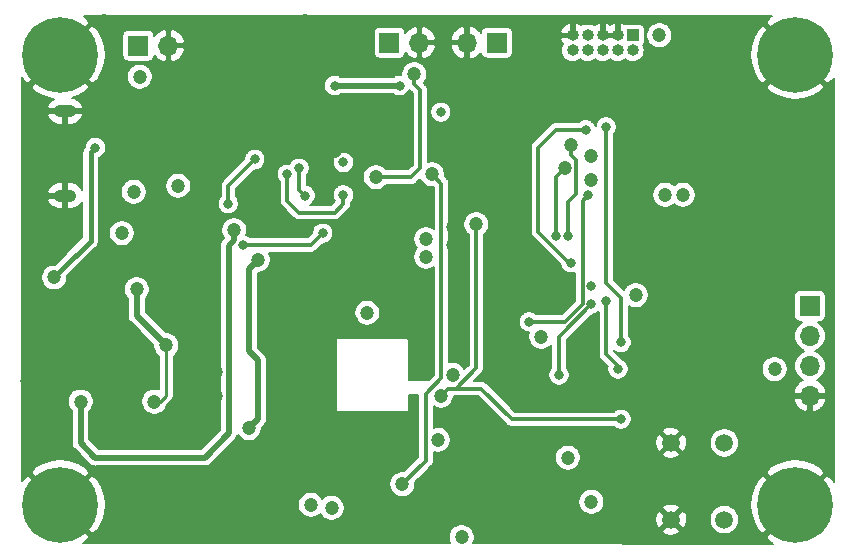
<source format=gbr>
G04 #@! TF.GenerationSoftware,KiCad,Pcbnew,(5.1.4)-1*
G04 #@! TF.CreationDate,2020-09-14T15:12:37+01:00*
G04 #@! TF.ProjectId,F7_100pin,46375f31-3030-4706-996e-2e6b69636164,rev?*
G04 #@! TF.SameCoordinates,Original*
G04 #@! TF.FileFunction,Copper,L4,Bot*
G04 #@! TF.FilePolarity,Positive*
%FSLAX46Y46*%
G04 Gerber Fmt 4.6, Leading zero omitted, Abs format (unit mm)*
G04 Created by KiCad (PCBNEW (5.1.4)-1) date 2020-09-14 15:12:37*
%MOMM*%
%LPD*%
G04 APERTURE LIST*
%ADD10O,1.900000X1.050000*%
%ADD11C,1.500000*%
%ADD12C,6.400000*%
%ADD13C,0.800000*%
%ADD14R,1.700000X1.700000*%
%ADD15O,1.700000X1.700000*%
%ADD16R,1.000000X1.000000*%
%ADD17O,1.000000X1.000000*%
%ADD18C,1.200000*%
%ADD19C,0.300000*%
%ADD20C,0.500000*%
%ADD21C,0.250000*%
%ADD22C,0.400000*%
%ADD23C,0.200000*%
G04 APERTURE END LIST*
D10*
X66450000Y-28925000D03*
X66450000Y-36075000D03*
D11*
X117750000Y-63500000D03*
X117750000Y-57000000D03*
X122250000Y-57000000D03*
X122250000Y-63500000D03*
D12*
X66040000Y-24130000D03*
D13*
X68440000Y-24130000D03*
X67737056Y-25827056D03*
X66040000Y-26530000D03*
X64342944Y-25827056D03*
X63640000Y-24130000D03*
X64342944Y-22432944D03*
X66040000Y-21730000D03*
X67737056Y-22432944D03*
X67737056Y-60532944D03*
X66040000Y-59830000D03*
X64342944Y-60532944D03*
X63640000Y-62230000D03*
X64342944Y-63927056D03*
X66040000Y-64630000D03*
X67737056Y-63927056D03*
X68440000Y-62230000D03*
D12*
X66040000Y-62230000D03*
X128270000Y-24130000D03*
D13*
X130670000Y-24130000D03*
X129967056Y-25827056D03*
X128270000Y-26530000D03*
X126572944Y-25827056D03*
X125870000Y-24130000D03*
X126572944Y-22432944D03*
X128270000Y-21730000D03*
X129967056Y-22432944D03*
X129967056Y-60532944D03*
X128270000Y-59830000D03*
X126572944Y-60532944D03*
X125870000Y-62230000D03*
X126572944Y-63927056D03*
X128270000Y-64630000D03*
X129967056Y-63927056D03*
X130670000Y-62230000D03*
D12*
X128270000Y-62230000D03*
D14*
X93900000Y-23114000D03*
D15*
X96440000Y-23114000D03*
D14*
X129500000Y-45400000D03*
D15*
X129500000Y-47940000D03*
X129500000Y-50480000D03*
X129500000Y-53020000D03*
D14*
X103000000Y-23114000D03*
D15*
X100460000Y-23114000D03*
X75184000Y-23368000D03*
D14*
X72644000Y-23368000D03*
D16*
X114500000Y-22500000D03*
D17*
X114500000Y-23770000D03*
X113230000Y-22500000D03*
X113230000Y-23770000D03*
X111960000Y-22500000D03*
X111960000Y-23770000D03*
X110690000Y-22500000D03*
X110690000Y-23770000D03*
X109420000Y-22500000D03*
X109420000Y-23770000D03*
D13*
X85250000Y-34250000D03*
X90000000Y-36000000D03*
X94750000Y-26750000D03*
X89250000Y-26750000D03*
D18*
X97500000Y-34250000D03*
X95000000Y-60500000D03*
X98000000Y-56750000D03*
X99250000Y-51250000D03*
X109000000Y-58250000D03*
D13*
X90000000Y-33250000D03*
X98250000Y-29000000D03*
D18*
X72750000Y-26000000D03*
X76000000Y-35250000D03*
X111000000Y-32750000D03*
X111000000Y-34750000D03*
X117250000Y-36000000D03*
X126500000Y-50750000D03*
D13*
X111000000Y-43750000D03*
D18*
X116750000Y-22500000D03*
X106750000Y-48000000D03*
X72250000Y-35750000D03*
X71250000Y-39250000D03*
X97000000Y-41250000D03*
X97000000Y-39750000D03*
X92000000Y-46000000D03*
X100000000Y-65000000D03*
X111000000Y-62000000D03*
X114750000Y-44500000D03*
X89000000Y-62500000D03*
X87250000Y-62250000D03*
X118750000Y-36000000D03*
X65500000Y-43000000D03*
X72500000Y-44000000D03*
X75000000Y-48750000D03*
X74000000Y-53500000D03*
D13*
X69000000Y-32000000D03*
D18*
X98250000Y-53000000D03*
X101250000Y-38500000D03*
D13*
X113500000Y-55000000D03*
X88250000Y-39250000D03*
X81500000Y-40250000D03*
D18*
X96000000Y-25800000D03*
X92750000Y-34500000D03*
D13*
X112250000Y-30250000D03*
X113500000Y-48500000D03*
X110500000Y-30500000D03*
X109250000Y-41750000D03*
X112250000Y-45000000D03*
X113250000Y-50750000D03*
D18*
X109250000Y-31750000D03*
D13*
X109000000Y-39500000D03*
D18*
X108750000Y-33750000D03*
D13*
X108000000Y-39500000D03*
X110750000Y-36000000D03*
X105750000Y-46750000D03*
X111000000Y-45250000D03*
X108250000Y-51250000D03*
D18*
X65000000Y-54250000D03*
X66250000Y-55750000D03*
X64000000Y-56500000D03*
D13*
X88900000Y-48600000D03*
X88900000Y-53400000D03*
D18*
X82750000Y-28750000D03*
X89250000Y-32250000D03*
X74500000Y-26250000D03*
X126500000Y-53250000D03*
D13*
X107000000Y-21500000D03*
X107500000Y-22500000D03*
D18*
X63500000Y-50000000D03*
X63250000Y-51750000D03*
X63500000Y-53500000D03*
X79250000Y-51000000D03*
X79250000Y-53000000D03*
X78750000Y-54750000D03*
X70250000Y-53250000D03*
X72250000Y-53750000D03*
X69750000Y-55250000D03*
X84750000Y-44750000D03*
X84750000Y-46750000D03*
X84500000Y-49000000D03*
X77000000Y-44000000D03*
X122250000Y-23000000D03*
X127250000Y-57250000D03*
X69750000Y-21250000D03*
X71000000Y-63500000D03*
X88500000Y-60250000D03*
X101000000Y-63000000D03*
X93000000Y-64000000D03*
X99250000Y-40250000D03*
X99250000Y-38750000D03*
X90750000Y-46750000D03*
X111250000Y-64000000D03*
X119000000Y-45250000D03*
D13*
X92500000Y-59250000D03*
D18*
X117250000Y-38250000D03*
X117000000Y-41000000D03*
X118500000Y-40750000D03*
X118750000Y-38000000D03*
X78000000Y-25250000D03*
X86750000Y-22750000D03*
X86750000Y-21250000D03*
X78000000Y-22000000D03*
X124000000Y-26000000D03*
X121750000Y-26000000D03*
X119250000Y-26000000D03*
X110500000Y-26250000D03*
X107000000Y-26250000D03*
X104250000Y-26500000D03*
X104000000Y-29000000D03*
X93250000Y-37250000D03*
X96250000Y-37250000D03*
X83250000Y-60000000D03*
X80500000Y-60250000D03*
X77250000Y-60250000D03*
X73500000Y-60250000D03*
X73500000Y-62500000D03*
X77250000Y-63000000D03*
X80750000Y-62750000D03*
X83750000Y-62500000D03*
X85000000Y-60000000D03*
X82500000Y-64750000D03*
X80000000Y-65000000D03*
X85000000Y-57500000D03*
X82500000Y-57500000D03*
X124750000Y-54750000D03*
X122500000Y-47500000D03*
X122500000Y-45000000D03*
X125250000Y-44750000D03*
X120000000Y-49750000D03*
X119500000Y-60000000D03*
X114250000Y-59500000D03*
X114250000Y-61750000D03*
X65500000Y-38750000D03*
D13*
X82500000Y-33000000D03*
X80250000Y-36750000D03*
D18*
X67750000Y-53500000D03*
X80750000Y-39000000D03*
D13*
X86250000Y-33750000D03*
X86750000Y-36060200D03*
D18*
X82000000Y-55750000D03*
X82750000Y-41500000D03*
D19*
X90000000Y-36750000D02*
X90000000Y-36000000D01*
X89250000Y-37500000D02*
X90000000Y-36750000D01*
X86250000Y-37500000D02*
X89250000Y-37500000D01*
X85250000Y-34250000D02*
X85250000Y-36500000D01*
X85250000Y-36500000D02*
X86250000Y-37500000D01*
D20*
X94750000Y-26750000D02*
X89250000Y-26750000D01*
D19*
X98299999Y-35049999D02*
X97500000Y-34250000D01*
X98299999Y-51543999D02*
X98299999Y-35049999D01*
X97000000Y-52843998D02*
X98299999Y-51543999D01*
X95000000Y-60500000D02*
X97000000Y-58500000D01*
X97000000Y-58500000D02*
X97000000Y-52843998D01*
D20*
X72500000Y-46250000D02*
X72500000Y-44000000D01*
X75000000Y-48750000D02*
X72500000Y-46250000D01*
D21*
X74000000Y-53500000D02*
X74500000Y-53500000D01*
X74500000Y-53500000D02*
X75000000Y-53000000D01*
X75000000Y-53000000D02*
X75000000Y-48750000D01*
D22*
X66099999Y-42400001D02*
X65500000Y-43000000D01*
X68600001Y-39899999D02*
X66099999Y-42400001D01*
X68600001Y-32399999D02*
X68600001Y-39899999D01*
X69000000Y-32000000D02*
X68600001Y-32399999D01*
D19*
X98849999Y-52400001D02*
X98250000Y-53000000D01*
X101250000Y-50656002D02*
X99506001Y-52400001D01*
X101250000Y-38500000D02*
X101250000Y-50656002D01*
X113500000Y-55000000D02*
X104250000Y-55000000D01*
X101650001Y-52400001D02*
X99349999Y-52400001D01*
X104250000Y-55000000D02*
X101650001Y-52400001D01*
X99506001Y-52400001D02*
X99349999Y-52400001D01*
X99349999Y-52400001D02*
X98849999Y-52400001D01*
X88250000Y-39250000D02*
X87250000Y-40250000D01*
X87250000Y-40250000D02*
X81500000Y-40250000D01*
X96000000Y-26648528D02*
X96500000Y-27148528D01*
X96000000Y-25800000D02*
X96000000Y-26648528D01*
X96500000Y-27148528D02*
X96500000Y-33750000D01*
X96500000Y-33750000D02*
X95750000Y-34500000D01*
X95750000Y-34500000D02*
X92750000Y-34500000D01*
X112250000Y-43500000D02*
X113500000Y-44750000D01*
X113500000Y-44750000D02*
X113500000Y-47750000D01*
X113500000Y-47750000D02*
X113500000Y-48500000D01*
X112250000Y-30250000D02*
X112250000Y-43500000D01*
X109139998Y-41750000D02*
X109250000Y-41750000D01*
X106500000Y-39110002D02*
X109139998Y-41750000D01*
X106500000Y-32000000D02*
X106500000Y-39110002D01*
X110500000Y-30500000D02*
X108000000Y-30500000D01*
X108000000Y-30500000D02*
X106500000Y-32000000D01*
X112250000Y-45000000D02*
X112250000Y-45500000D01*
X112250000Y-45500000D02*
X112250000Y-49500000D01*
X112250000Y-49500000D02*
X113250000Y-50500000D01*
X113250000Y-50500000D02*
X113250000Y-50750000D01*
X109000000Y-39500000D02*
X109000000Y-36639998D01*
X109250000Y-32598528D02*
X109250000Y-31750000D01*
X109700001Y-33048529D02*
X109250000Y-32598528D01*
X109700001Y-35939997D02*
X109700001Y-33048529D01*
X109000000Y-36639998D02*
X109700001Y-35939997D01*
X108000000Y-34500000D02*
X108750000Y-33750000D01*
X108000000Y-39500000D02*
X108000000Y-34500000D01*
X110750000Y-36000000D02*
X110250000Y-36500000D01*
X110250000Y-36500000D02*
X110250000Y-45250000D01*
X110250000Y-45250000D02*
X108750000Y-46750000D01*
X108750000Y-46750000D02*
X105750000Y-46750000D01*
X111000000Y-45250000D02*
X108500000Y-47750000D01*
X108500000Y-47750000D02*
X108250000Y-48000000D01*
X108250000Y-48000000D02*
X108250000Y-51250000D01*
X82500000Y-33000000D02*
X80250000Y-35250000D01*
X80250000Y-35250000D02*
X80250000Y-36750000D01*
D20*
X67750000Y-53500000D02*
X67750000Y-57000000D01*
X67750000Y-57000000D02*
X69000000Y-58250000D01*
X80300001Y-40298527D02*
X80300001Y-56199999D01*
X80750000Y-39000000D02*
X80750000Y-39848528D01*
X80750000Y-39848528D02*
X80300001Y-40298527D01*
X78250000Y-58250000D02*
X69000000Y-58250000D01*
X80300001Y-56199999D02*
X78250000Y-58250000D01*
D19*
X86250000Y-33750000D02*
X86250000Y-35560200D01*
X86250000Y-35560200D02*
X86750000Y-36060200D01*
D20*
X82000000Y-55750000D02*
X82750000Y-55000000D01*
X82750000Y-55000000D02*
X82750000Y-50000000D01*
X82750000Y-50000000D02*
X82000000Y-49250000D01*
X82000000Y-49250000D02*
X82000000Y-42250000D01*
X82000000Y-42250000D02*
X82750000Y-41500000D01*
D23*
G36*
X126147294Y-20946346D02*
G01*
X125782967Y-21425178D01*
X128270000Y-23912211D01*
X128284142Y-23898069D01*
X128501931Y-24115858D01*
X128487789Y-24130000D01*
X130974822Y-26617033D01*
X131453654Y-26252706D01*
X131526290Y-26116491D01*
X131548701Y-60285115D01*
X131453654Y-60107294D01*
X130974822Y-59742967D01*
X128487789Y-62230000D01*
X128501931Y-62244142D01*
X128284142Y-62461931D01*
X128270000Y-62447789D01*
X125782967Y-64934822D01*
X126147294Y-65413654D01*
X126354999Y-65524411D01*
X100976766Y-65516317D01*
X101057727Y-65320858D01*
X101100000Y-65108341D01*
X101100000Y-64891659D01*
X101057727Y-64679142D01*
X100974807Y-64478955D01*
X100961721Y-64459369D01*
X117008420Y-64459369D01*
X117077638Y-64687427D01*
X117322213Y-64795782D01*
X117583227Y-64854341D01*
X117850650Y-64860853D01*
X118114205Y-64815069D01*
X118363764Y-64718747D01*
X118422362Y-64687427D01*
X118491580Y-64459369D01*
X117750000Y-63717789D01*
X117008420Y-64459369D01*
X100961721Y-64459369D01*
X100854425Y-64298791D01*
X100701209Y-64145575D01*
X100521045Y-64025193D01*
X100320858Y-63942273D01*
X100108341Y-63900000D01*
X99891659Y-63900000D01*
X99679142Y-63942273D01*
X99478955Y-64025193D01*
X99298791Y-64145575D01*
X99145575Y-64298791D01*
X99025193Y-64478955D01*
X98942273Y-64679142D01*
X98900000Y-64891659D01*
X98900000Y-65108341D01*
X98942273Y-65320858D01*
X99022976Y-65515694D01*
X67990321Y-65505796D01*
X68162706Y-65413654D01*
X68527033Y-64934822D01*
X66040000Y-62447789D01*
X66025858Y-62461931D01*
X65808069Y-62244142D01*
X65822211Y-62230000D01*
X66257789Y-62230000D01*
X68744822Y-64717033D01*
X69223654Y-64352706D01*
X69576601Y-63690818D01*
X69603855Y-63600650D01*
X116389147Y-63600650D01*
X116434931Y-63864205D01*
X116531253Y-64113764D01*
X116562573Y-64172362D01*
X116790631Y-64241580D01*
X117532211Y-63500000D01*
X117967789Y-63500000D01*
X118709369Y-64241580D01*
X118937427Y-64172362D01*
X119045782Y-63927787D01*
X119104341Y-63666773D01*
X119110853Y-63399350D01*
X119106951Y-63376886D01*
X121000000Y-63376886D01*
X121000000Y-63623114D01*
X121048037Y-63864611D01*
X121142265Y-64092097D01*
X121279062Y-64296828D01*
X121453172Y-64470938D01*
X121657903Y-64607735D01*
X121885389Y-64701963D01*
X122126886Y-64750000D01*
X122373114Y-64750000D01*
X122614611Y-64701963D01*
X122842097Y-64607735D01*
X123046828Y-64470938D01*
X123220938Y-64296828D01*
X123357735Y-64092097D01*
X123451963Y-63864611D01*
X123500000Y-63623114D01*
X123500000Y-63376886D01*
X123451963Y-63135389D01*
X123357735Y-62907903D01*
X123220938Y-62703172D01*
X123046828Y-62529062D01*
X122842097Y-62392265D01*
X122614611Y-62298037D01*
X122373114Y-62250000D01*
X122126886Y-62250000D01*
X121885389Y-62298037D01*
X121657903Y-62392265D01*
X121453172Y-62529062D01*
X121279062Y-62703172D01*
X121142265Y-62907903D01*
X121048037Y-63135389D01*
X121000000Y-63376886D01*
X119106951Y-63376886D01*
X119065069Y-63135795D01*
X118968747Y-62886236D01*
X118937427Y-62827638D01*
X118709369Y-62758420D01*
X117967789Y-63500000D01*
X117532211Y-63500000D01*
X116790631Y-62758420D01*
X116562573Y-62827638D01*
X116454218Y-63072213D01*
X116395659Y-63333227D01*
X116389147Y-63600650D01*
X69603855Y-63600650D01*
X69793637Y-62972792D01*
X69866423Y-62226221D01*
X69858011Y-62141659D01*
X86150000Y-62141659D01*
X86150000Y-62358341D01*
X86192273Y-62570858D01*
X86275193Y-62771045D01*
X86395575Y-62951209D01*
X86548791Y-63104425D01*
X86728955Y-63224807D01*
X86929142Y-63307727D01*
X87141659Y-63350000D01*
X87358341Y-63350000D01*
X87570858Y-63307727D01*
X87771045Y-63224807D01*
X87951209Y-63104425D01*
X88028957Y-63026677D01*
X88145575Y-63201209D01*
X88298791Y-63354425D01*
X88478955Y-63474807D01*
X88679142Y-63557727D01*
X88891659Y-63600000D01*
X89108341Y-63600000D01*
X89320858Y-63557727D01*
X89521045Y-63474807D01*
X89701209Y-63354425D01*
X89854425Y-63201209D01*
X89974807Y-63021045D01*
X90057727Y-62820858D01*
X90100000Y-62608341D01*
X90100000Y-62391659D01*
X90057727Y-62179142D01*
X89974807Y-61978955D01*
X89916478Y-61891659D01*
X109900000Y-61891659D01*
X109900000Y-62108341D01*
X109942273Y-62320858D01*
X110025193Y-62521045D01*
X110145575Y-62701209D01*
X110298791Y-62854425D01*
X110478955Y-62974807D01*
X110679142Y-63057727D01*
X110891659Y-63100000D01*
X111108341Y-63100000D01*
X111320858Y-63057727D01*
X111521045Y-62974807D01*
X111701209Y-62854425D01*
X111854425Y-62701209D01*
X111961720Y-62540631D01*
X117008420Y-62540631D01*
X117750000Y-63282211D01*
X118491580Y-62540631D01*
X118422362Y-62312573D01*
X118244512Y-62233779D01*
X124443577Y-62233779D01*
X124517838Y-62980204D01*
X124736292Y-63697800D01*
X125086346Y-64352706D01*
X125565178Y-64717033D01*
X128052211Y-62230000D01*
X125565178Y-59742967D01*
X125086346Y-60107294D01*
X124733399Y-60769182D01*
X124516363Y-61487208D01*
X124443577Y-62233779D01*
X118244512Y-62233779D01*
X118177787Y-62204218D01*
X117916773Y-62145659D01*
X117649350Y-62139147D01*
X117385795Y-62184931D01*
X117136236Y-62281253D01*
X117077638Y-62312573D01*
X117008420Y-62540631D01*
X111961720Y-62540631D01*
X111974807Y-62521045D01*
X112057727Y-62320858D01*
X112100000Y-62108341D01*
X112100000Y-61891659D01*
X112057727Y-61679142D01*
X111974807Y-61478955D01*
X111854425Y-61298791D01*
X111701209Y-61145575D01*
X111521045Y-61025193D01*
X111320858Y-60942273D01*
X111108341Y-60900000D01*
X110891659Y-60900000D01*
X110679142Y-60942273D01*
X110478955Y-61025193D01*
X110298791Y-61145575D01*
X110145575Y-61298791D01*
X110025193Y-61478955D01*
X109942273Y-61679142D01*
X109900000Y-61891659D01*
X89916478Y-61891659D01*
X89854425Y-61798791D01*
X89701209Y-61645575D01*
X89521045Y-61525193D01*
X89320858Y-61442273D01*
X89108341Y-61400000D01*
X88891659Y-61400000D01*
X88679142Y-61442273D01*
X88478955Y-61525193D01*
X88298791Y-61645575D01*
X88221043Y-61723323D01*
X88104425Y-61548791D01*
X87951209Y-61395575D01*
X87771045Y-61275193D01*
X87570858Y-61192273D01*
X87358341Y-61150000D01*
X87141659Y-61150000D01*
X86929142Y-61192273D01*
X86728955Y-61275193D01*
X86548791Y-61395575D01*
X86395575Y-61548791D01*
X86275193Y-61728955D01*
X86192273Y-61929142D01*
X86150000Y-62141659D01*
X69858011Y-62141659D01*
X69792162Y-61479796D01*
X69573708Y-60762200D01*
X69223654Y-60107294D01*
X68744822Y-59742967D01*
X66257789Y-62230000D01*
X65822211Y-62230000D01*
X63335178Y-59742967D01*
X62856346Y-60107294D01*
X62773831Y-60262036D01*
X62773428Y-59525178D01*
X63552967Y-59525178D01*
X66040000Y-62012211D01*
X68527033Y-59525178D01*
X68162706Y-59046346D01*
X67500818Y-58693399D01*
X66782792Y-58476363D01*
X66036221Y-58403577D01*
X65289796Y-58477838D01*
X64572200Y-58696292D01*
X63917294Y-59046346D01*
X63552967Y-59525178D01*
X62773428Y-59525178D01*
X62770071Y-53391659D01*
X66650000Y-53391659D01*
X66650000Y-53608341D01*
X66692273Y-53820858D01*
X66775193Y-54021045D01*
X66895575Y-54201209D01*
X67000000Y-54305634D01*
X67000001Y-56963163D01*
X66996373Y-57000000D01*
X67010853Y-57147025D01*
X67053739Y-57288400D01*
X67053740Y-57288401D01*
X67123382Y-57418693D01*
X67166131Y-57470782D01*
X67193624Y-57504283D01*
X67193627Y-57504286D01*
X67217106Y-57532895D01*
X67245715Y-57556374D01*
X68443626Y-58754286D01*
X68467105Y-58782895D01*
X68581307Y-58876619D01*
X68711599Y-58946261D01*
X68852974Y-58989147D01*
X68963165Y-59000000D01*
X68963172Y-59000000D01*
X69000000Y-59003627D01*
X69036827Y-59000000D01*
X78213173Y-59000000D01*
X78250000Y-59003627D01*
X78286827Y-59000000D01*
X78286835Y-59000000D01*
X78397026Y-58989147D01*
X78538401Y-58946261D01*
X78668693Y-58876619D01*
X78782895Y-58782895D01*
X78806379Y-58754281D01*
X80804287Y-56756373D01*
X80832896Y-56732894D01*
X80926620Y-56618692D01*
X80996262Y-56488400D01*
X81020681Y-56407903D01*
X81039148Y-56347026D01*
X81041057Y-56327638D01*
X81043877Y-56299008D01*
X81145575Y-56451209D01*
X81298791Y-56604425D01*
X81478955Y-56724807D01*
X81679142Y-56807727D01*
X81891659Y-56850000D01*
X82108341Y-56850000D01*
X82320858Y-56807727D01*
X82521045Y-56724807D01*
X82701209Y-56604425D01*
X82854425Y-56451209D01*
X82974807Y-56271045D01*
X83057727Y-56070858D01*
X83100000Y-55858341D01*
X83100000Y-55710660D01*
X83254287Y-55556373D01*
X83282895Y-55532895D01*
X83376619Y-55418693D01*
X83446261Y-55288401D01*
X83489147Y-55147026D01*
X83500000Y-55036835D01*
X83500000Y-55036829D01*
X83503627Y-55000001D01*
X83500000Y-54963173D01*
X83500000Y-50036827D01*
X83503627Y-49999999D01*
X83500000Y-49963171D01*
X83500000Y-49963165D01*
X83490609Y-49867817D01*
X83489147Y-49852973D01*
X83446261Y-49711599D01*
X83423327Y-49668692D01*
X83376619Y-49581307D01*
X83312868Y-49503627D01*
X83306376Y-49495716D01*
X83306374Y-49495714D01*
X83282895Y-49467105D01*
X83254286Y-49443626D01*
X82750000Y-48939341D01*
X82750000Y-45891659D01*
X90900000Y-45891659D01*
X90900000Y-46108341D01*
X90942273Y-46320858D01*
X91025193Y-46521045D01*
X91145575Y-46701209D01*
X91298791Y-46854425D01*
X91478955Y-46974807D01*
X91679142Y-47057727D01*
X91891659Y-47100000D01*
X92108341Y-47100000D01*
X92320858Y-47057727D01*
X92521045Y-46974807D01*
X92701209Y-46854425D01*
X92854425Y-46701209D01*
X92974807Y-46521045D01*
X93057727Y-46320858D01*
X93100000Y-46108341D01*
X93100000Y-45891659D01*
X93057727Y-45679142D01*
X92974807Y-45478955D01*
X92854425Y-45298791D01*
X92701209Y-45145575D01*
X92521045Y-45025193D01*
X92320858Y-44942273D01*
X92108341Y-44900000D01*
X91891659Y-44900000D01*
X91679142Y-44942273D01*
X91478955Y-45025193D01*
X91298791Y-45145575D01*
X91145575Y-45298791D01*
X91025193Y-45478955D01*
X90942273Y-45679142D01*
X90900000Y-45891659D01*
X82750000Y-45891659D01*
X82750000Y-42600000D01*
X82858341Y-42600000D01*
X83070858Y-42557727D01*
X83271045Y-42474807D01*
X83451209Y-42354425D01*
X83604425Y-42201209D01*
X83724807Y-42021045D01*
X83807727Y-41820858D01*
X83850000Y-41608341D01*
X83850000Y-41391659D01*
X83807727Y-41179142D01*
X83724807Y-40978955D01*
X83672051Y-40900000D01*
X87218079Y-40900000D01*
X87250000Y-40903144D01*
X87281921Y-40900000D01*
X87281932Y-40900000D01*
X87377422Y-40890595D01*
X87499948Y-40853427D01*
X87612868Y-40793070D01*
X87711843Y-40711843D01*
X87732200Y-40687038D01*
X88269239Y-40150000D01*
X88338642Y-40150000D01*
X88512520Y-40115414D01*
X88676310Y-40047570D01*
X88823717Y-39949076D01*
X88949076Y-39823717D01*
X89047570Y-39676310D01*
X89115414Y-39512520D01*
X89150000Y-39338642D01*
X89150000Y-39161358D01*
X89115414Y-38987480D01*
X89047570Y-38823690D01*
X88949076Y-38676283D01*
X88823717Y-38550924D01*
X88676310Y-38452430D01*
X88512520Y-38384586D01*
X88338642Y-38350000D01*
X88161358Y-38350000D01*
X87987480Y-38384586D01*
X87823690Y-38452430D01*
X87676283Y-38550924D01*
X87550924Y-38676283D01*
X87452430Y-38823690D01*
X87384586Y-38987480D01*
X87350000Y-39161358D01*
X87350000Y-39230761D01*
X86980762Y-39600000D01*
X82122793Y-39600000D01*
X82073717Y-39550924D01*
X81926310Y-39452430D01*
X81778575Y-39391236D01*
X81807727Y-39320858D01*
X81850000Y-39108341D01*
X81850000Y-38891659D01*
X81807727Y-38679142D01*
X81724807Y-38478955D01*
X81604425Y-38298791D01*
X81451209Y-38145575D01*
X81271045Y-38025193D01*
X81070858Y-37942273D01*
X80858341Y-37900000D01*
X80641659Y-37900000D01*
X80429142Y-37942273D01*
X80228955Y-38025193D01*
X80048791Y-38145575D01*
X79895575Y-38298791D01*
X79775193Y-38478955D01*
X79692273Y-38679142D01*
X79650000Y-38891659D01*
X79650000Y-39108341D01*
X79692273Y-39320858D01*
X79775193Y-39521045D01*
X79871977Y-39665892D01*
X79795721Y-39742148D01*
X79767106Y-39765632D01*
X79673382Y-39879835D01*
X79603740Y-40010127D01*
X79560854Y-40151502D01*
X79550001Y-40261693D01*
X79550001Y-40261700D01*
X79546374Y-40298527D01*
X79550001Y-40335354D01*
X79550002Y-55889338D01*
X77939341Y-57500000D01*
X69310660Y-57500000D01*
X68500000Y-56689341D01*
X68500000Y-54305634D01*
X68604425Y-54201209D01*
X68724807Y-54021045D01*
X68807727Y-53820858D01*
X68850000Y-53608341D01*
X68850000Y-53391659D01*
X68807727Y-53179142D01*
X68724807Y-52978955D01*
X68604425Y-52798791D01*
X68451209Y-52645575D01*
X68271045Y-52525193D01*
X68070858Y-52442273D01*
X67858341Y-52400000D01*
X67641659Y-52400000D01*
X67429142Y-52442273D01*
X67228955Y-52525193D01*
X67048791Y-52645575D01*
X66895575Y-52798791D01*
X66775193Y-52978955D01*
X66692273Y-53179142D01*
X66650000Y-53391659D01*
X62770071Y-53391659D01*
X62764324Y-42891659D01*
X64400000Y-42891659D01*
X64400000Y-43108341D01*
X64442273Y-43320858D01*
X64525193Y-43521045D01*
X64645575Y-43701209D01*
X64798791Y-43854425D01*
X64978955Y-43974807D01*
X65179142Y-44057727D01*
X65391659Y-44100000D01*
X65608341Y-44100000D01*
X65820858Y-44057727D01*
X66021045Y-43974807D01*
X66145484Y-43891659D01*
X71400000Y-43891659D01*
X71400000Y-44108341D01*
X71442273Y-44320858D01*
X71525193Y-44521045D01*
X71645575Y-44701209D01*
X71750001Y-44805635D01*
X71750000Y-46213172D01*
X71746373Y-46250000D01*
X71750000Y-46286827D01*
X71750000Y-46286834D01*
X71760853Y-46397025D01*
X71803739Y-46538400D01*
X71873381Y-46668692D01*
X71967105Y-46782895D01*
X71995720Y-46806379D01*
X73900000Y-48710660D01*
X73900000Y-48858341D01*
X73942273Y-49070858D01*
X74025193Y-49271045D01*
X74145575Y-49451209D01*
X74298791Y-49604425D01*
X74375001Y-49655347D01*
X74375000Y-52464699D01*
X74320858Y-52442273D01*
X74108341Y-52400000D01*
X73891659Y-52400000D01*
X73679142Y-52442273D01*
X73478955Y-52525193D01*
X73298791Y-52645575D01*
X73145575Y-52798791D01*
X73025193Y-52978955D01*
X72942273Y-53179142D01*
X72900000Y-53391659D01*
X72900000Y-53608341D01*
X72942273Y-53820858D01*
X73025193Y-54021045D01*
X73145575Y-54201209D01*
X73298791Y-54354425D01*
X73478955Y-54474807D01*
X73679142Y-54557727D01*
X73891659Y-54600000D01*
X74108341Y-54600000D01*
X74320858Y-54557727D01*
X74521045Y-54474807D01*
X74701209Y-54354425D01*
X74854425Y-54201209D01*
X74974807Y-54021045D01*
X75053981Y-53829901D01*
X75420230Y-53463653D01*
X75444080Y-53444080D01*
X75522183Y-53348911D01*
X75580219Y-53240334D01*
X75615957Y-53122521D01*
X75625000Y-53030704D01*
X75625000Y-53030702D01*
X75628024Y-53000000D01*
X75625000Y-52969299D01*
X75625000Y-49655346D01*
X75701209Y-49604425D01*
X75854425Y-49451209D01*
X75974807Y-49271045D01*
X76057727Y-49070858D01*
X76100000Y-48858341D01*
X76100000Y-48641659D01*
X76057727Y-48429142D01*
X75974807Y-48228955D01*
X75854425Y-48048791D01*
X75701209Y-47895575D01*
X75521045Y-47775193D01*
X75320858Y-47692273D01*
X75108341Y-47650000D01*
X74960660Y-47650000D01*
X73250000Y-45939341D01*
X73250000Y-44805634D01*
X73354425Y-44701209D01*
X73474807Y-44521045D01*
X73557727Y-44320858D01*
X73600000Y-44108341D01*
X73600000Y-43891659D01*
X73557727Y-43679142D01*
X73474807Y-43478955D01*
X73354425Y-43298791D01*
X73201209Y-43145575D01*
X73021045Y-43025193D01*
X72820858Y-42942273D01*
X72608341Y-42900000D01*
X72391659Y-42900000D01*
X72179142Y-42942273D01*
X71978955Y-43025193D01*
X71798791Y-43145575D01*
X71645575Y-43298791D01*
X71525193Y-43478955D01*
X71442273Y-43679142D01*
X71400000Y-43891659D01*
X66145484Y-43891659D01*
X66201209Y-43854425D01*
X66354425Y-43701209D01*
X66474807Y-43521045D01*
X66557727Y-43320858D01*
X66600000Y-43108341D01*
X66600000Y-42891659D01*
X66599716Y-42890234D01*
X66619291Y-42870659D01*
X66619295Y-42870654D01*
X69070660Y-40419290D01*
X69097371Y-40397369D01*
X69184846Y-40290780D01*
X69249846Y-40169174D01*
X69289873Y-40037223D01*
X69300001Y-39934389D01*
X69300001Y-39934386D01*
X69303388Y-39899999D01*
X69300001Y-39865612D01*
X69300001Y-39141659D01*
X70150000Y-39141659D01*
X70150000Y-39358341D01*
X70192273Y-39570858D01*
X70275193Y-39771045D01*
X70395575Y-39951209D01*
X70548791Y-40104425D01*
X70728955Y-40224807D01*
X70929142Y-40307727D01*
X71141659Y-40350000D01*
X71358341Y-40350000D01*
X71570858Y-40307727D01*
X71771045Y-40224807D01*
X71951209Y-40104425D01*
X72104425Y-39951209D01*
X72224807Y-39771045D01*
X72307727Y-39570858D01*
X72350000Y-39358341D01*
X72350000Y-39141659D01*
X72307727Y-38929142D01*
X72224807Y-38728955D01*
X72104425Y-38548791D01*
X71951209Y-38395575D01*
X71771045Y-38275193D01*
X71570858Y-38192273D01*
X71358341Y-38150000D01*
X71141659Y-38150000D01*
X70929142Y-38192273D01*
X70728955Y-38275193D01*
X70548791Y-38395575D01*
X70395575Y-38548791D01*
X70275193Y-38728955D01*
X70192273Y-38929142D01*
X70150000Y-39141659D01*
X69300001Y-39141659D01*
X69300001Y-35641659D01*
X71150000Y-35641659D01*
X71150000Y-35858341D01*
X71192273Y-36070858D01*
X71275193Y-36271045D01*
X71395575Y-36451209D01*
X71548791Y-36604425D01*
X71728955Y-36724807D01*
X71929142Y-36807727D01*
X72141659Y-36850000D01*
X72358341Y-36850000D01*
X72570858Y-36807727D01*
X72771045Y-36724807D01*
X72866002Y-36661358D01*
X79350000Y-36661358D01*
X79350000Y-36838642D01*
X79384586Y-37012520D01*
X79452430Y-37176310D01*
X79550924Y-37323717D01*
X79676283Y-37449076D01*
X79823690Y-37547570D01*
X79987480Y-37615414D01*
X80161358Y-37650000D01*
X80338642Y-37650000D01*
X80512520Y-37615414D01*
X80676310Y-37547570D01*
X80823717Y-37449076D01*
X80949076Y-37323717D01*
X81047570Y-37176310D01*
X81115414Y-37012520D01*
X81150000Y-36838642D01*
X81150000Y-36661358D01*
X81115414Y-36487480D01*
X81047570Y-36323690D01*
X80949076Y-36176283D01*
X80900000Y-36127207D01*
X80900000Y-35519238D01*
X82257880Y-34161358D01*
X84350000Y-34161358D01*
X84350000Y-34338642D01*
X84384586Y-34512520D01*
X84452430Y-34676310D01*
X84550924Y-34823717D01*
X84600000Y-34872793D01*
X84600001Y-36468068D01*
X84596856Y-36500000D01*
X84600001Y-36531932D01*
X84604382Y-36576414D01*
X84609406Y-36627422D01*
X84646573Y-36749947D01*
X84706930Y-36862868D01*
X84767802Y-36937040D01*
X84767805Y-36937043D01*
X84788158Y-36961843D01*
X84812957Y-36982195D01*
X85767804Y-37937043D01*
X85788157Y-37961843D01*
X85812957Y-37982196D01*
X85812960Y-37982199D01*
X85887132Y-38043070D01*
X86000052Y-38103427D01*
X86122578Y-38140595D01*
X86218068Y-38150000D01*
X86218076Y-38150000D01*
X86250000Y-38153144D01*
X86281924Y-38150000D01*
X89218079Y-38150000D01*
X89250000Y-38153144D01*
X89281921Y-38150000D01*
X89281932Y-38150000D01*
X89377422Y-38140595D01*
X89499948Y-38103427D01*
X89612868Y-38043070D01*
X89711843Y-37961843D01*
X89732200Y-37937038D01*
X90437044Y-37232195D01*
X90461843Y-37211843D01*
X90485459Y-37183068D01*
X90543069Y-37112869D01*
X90543071Y-37112867D01*
X90603427Y-36999948D01*
X90640595Y-36877422D01*
X90650000Y-36781932D01*
X90650000Y-36781922D01*
X90653144Y-36750001D01*
X90650000Y-36718080D01*
X90650000Y-36622793D01*
X90699076Y-36573717D01*
X90797570Y-36426310D01*
X90865414Y-36262520D01*
X90900000Y-36088642D01*
X90900000Y-35911358D01*
X90865414Y-35737480D01*
X90797570Y-35573690D01*
X90699076Y-35426283D01*
X90573717Y-35300924D01*
X90426310Y-35202430D01*
X90262520Y-35134586D01*
X90088642Y-35100000D01*
X89911358Y-35100000D01*
X89737480Y-35134586D01*
X89573690Y-35202430D01*
X89426283Y-35300924D01*
X89300924Y-35426283D01*
X89202430Y-35573690D01*
X89134586Y-35737480D01*
X89100000Y-35911358D01*
X89100000Y-36088642D01*
X89134586Y-36262520D01*
X89202430Y-36426310D01*
X89283348Y-36547413D01*
X88980762Y-36850000D01*
X87187939Y-36850000D01*
X87323717Y-36759276D01*
X87449076Y-36633917D01*
X87547570Y-36486510D01*
X87615414Y-36322720D01*
X87650000Y-36148842D01*
X87650000Y-35971558D01*
X87615414Y-35797680D01*
X87547570Y-35633890D01*
X87449076Y-35486483D01*
X87323717Y-35361124D01*
X87176310Y-35262630D01*
X87012520Y-35194786D01*
X86900000Y-35172405D01*
X86900000Y-34372793D01*
X86949076Y-34323717D01*
X87047570Y-34176310D01*
X87115414Y-34012520D01*
X87150000Y-33838642D01*
X87150000Y-33661358D01*
X87115414Y-33487480D01*
X87047570Y-33323690D01*
X86949076Y-33176283D01*
X86934151Y-33161358D01*
X89100000Y-33161358D01*
X89100000Y-33338642D01*
X89134586Y-33512520D01*
X89202430Y-33676310D01*
X89300924Y-33823717D01*
X89426283Y-33949076D01*
X89573690Y-34047570D01*
X89737480Y-34115414D01*
X89911358Y-34150000D01*
X90088642Y-34150000D01*
X90262520Y-34115414D01*
X90426310Y-34047570D01*
X90573717Y-33949076D01*
X90699076Y-33823717D01*
X90797570Y-33676310D01*
X90865414Y-33512520D01*
X90900000Y-33338642D01*
X90900000Y-33161358D01*
X90865414Y-32987480D01*
X90797570Y-32823690D01*
X90699076Y-32676283D01*
X90573717Y-32550924D01*
X90426310Y-32452430D01*
X90262520Y-32384586D01*
X90088642Y-32350000D01*
X89911358Y-32350000D01*
X89737480Y-32384586D01*
X89573690Y-32452430D01*
X89426283Y-32550924D01*
X89300924Y-32676283D01*
X89202430Y-32823690D01*
X89134586Y-32987480D01*
X89100000Y-33161358D01*
X86934151Y-33161358D01*
X86823717Y-33050924D01*
X86676310Y-32952430D01*
X86512520Y-32884586D01*
X86338642Y-32850000D01*
X86161358Y-32850000D01*
X85987480Y-32884586D01*
X85823690Y-32952430D01*
X85676283Y-33050924D01*
X85550924Y-33176283D01*
X85452430Y-33323690D01*
X85433700Y-33368908D01*
X85338642Y-33350000D01*
X85161358Y-33350000D01*
X84987480Y-33384586D01*
X84823690Y-33452430D01*
X84676283Y-33550924D01*
X84550924Y-33676283D01*
X84452430Y-33823690D01*
X84384586Y-33987480D01*
X84350000Y-34161358D01*
X82257880Y-34161358D01*
X82519239Y-33900000D01*
X82588642Y-33900000D01*
X82762520Y-33865414D01*
X82926310Y-33797570D01*
X83073717Y-33699076D01*
X83199076Y-33573717D01*
X83297570Y-33426310D01*
X83365414Y-33262520D01*
X83400000Y-33088642D01*
X83400000Y-32911358D01*
X83365414Y-32737480D01*
X83297570Y-32573690D01*
X83199076Y-32426283D01*
X83073717Y-32300924D01*
X82926310Y-32202430D01*
X82762520Y-32134586D01*
X82588642Y-32100000D01*
X82411358Y-32100000D01*
X82237480Y-32134586D01*
X82073690Y-32202430D01*
X81926283Y-32300924D01*
X81800924Y-32426283D01*
X81702430Y-32573690D01*
X81634586Y-32737480D01*
X81600000Y-32911358D01*
X81600000Y-32980761D01*
X79812962Y-34767800D01*
X79788157Y-34788157D01*
X79767802Y-34812960D01*
X79706930Y-34887132D01*
X79656117Y-34982198D01*
X79646573Y-35000053D01*
X79609405Y-35122579D01*
X79600000Y-35218069D01*
X79600000Y-35218079D01*
X79596856Y-35250000D01*
X79600000Y-35281922D01*
X79600001Y-36127206D01*
X79550924Y-36176283D01*
X79452430Y-36323690D01*
X79384586Y-36487480D01*
X79350000Y-36661358D01*
X72866002Y-36661358D01*
X72951209Y-36604425D01*
X73104425Y-36451209D01*
X73224807Y-36271045D01*
X73307727Y-36070858D01*
X73350000Y-35858341D01*
X73350000Y-35641659D01*
X73307727Y-35429142D01*
X73224807Y-35228955D01*
X73166478Y-35141659D01*
X74900000Y-35141659D01*
X74900000Y-35358341D01*
X74942273Y-35570858D01*
X75025193Y-35771045D01*
X75145575Y-35951209D01*
X75298791Y-36104425D01*
X75478955Y-36224807D01*
X75679142Y-36307727D01*
X75891659Y-36350000D01*
X76108341Y-36350000D01*
X76320858Y-36307727D01*
X76521045Y-36224807D01*
X76701209Y-36104425D01*
X76854425Y-35951209D01*
X76974807Y-35771045D01*
X77057727Y-35570858D01*
X77100000Y-35358341D01*
X77100000Y-35141659D01*
X77057727Y-34929142D01*
X76974807Y-34728955D01*
X76854425Y-34548791D01*
X76701209Y-34395575D01*
X76521045Y-34275193D01*
X76320858Y-34192273D01*
X76108341Y-34150000D01*
X75891659Y-34150000D01*
X75679142Y-34192273D01*
X75478955Y-34275193D01*
X75298791Y-34395575D01*
X75145575Y-34548791D01*
X75025193Y-34728955D01*
X74942273Y-34929142D01*
X74900000Y-35141659D01*
X73166478Y-35141659D01*
X73104425Y-35048791D01*
X72951209Y-34895575D01*
X72771045Y-34775193D01*
X72570858Y-34692273D01*
X72358341Y-34650000D01*
X72141659Y-34650000D01*
X71929142Y-34692273D01*
X71728955Y-34775193D01*
X71548791Y-34895575D01*
X71395575Y-35048791D01*
X71275193Y-35228955D01*
X71192273Y-35429142D01*
X71150000Y-35641659D01*
X69300001Y-35641659D01*
X69300001Y-32849889D01*
X69426310Y-32797570D01*
X69573717Y-32699076D01*
X69699076Y-32573717D01*
X69797570Y-32426310D01*
X69865414Y-32262520D01*
X69900000Y-32088642D01*
X69900000Y-31911358D01*
X69865414Y-31737480D01*
X69797570Y-31573690D01*
X69699076Y-31426283D01*
X69573717Y-31300924D01*
X69426310Y-31202430D01*
X69262520Y-31134586D01*
X69088642Y-31100000D01*
X68911358Y-31100000D01*
X68737480Y-31134586D01*
X68573690Y-31202430D01*
X68426283Y-31300924D01*
X68300924Y-31426283D01*
X68202430Y-31573690D01*
X68134586Y-31737480D01*
X68101450Y-31904069D01*
X68080710Y-31929341D01*
X68080709Y-31929342D01*
X68015156Y-32009218D01*
X67982209Y-32070858D01*
X67950156Y-32130825D01*
X67910129Y-32262776D01*
X67900612Y-32359405D01*
X67896614Y-32399999D01*
X67900001Y-32434386D01*
X67900001Y-35569347D01*
X67785047Y-35382743D01*
X67632508Y-35218503D01*
X67450858Y-35087178D01*
X67247078Y-34993814D01*
X67029000Y-34942000D01*
X66604000Y-34942000D01*
X66604000Y-35921000D01*
X66624000Y-35921000D01*
X66624000Y-36229000D01*
X66604000Y-36229000D01*
X66604000Y-37208000D01*
X67029000Y-37208000D01*
X67247078Y-37156186D01*
X67450858Y-37062822D01*
X67632508Y-36931497D01*
X67785047Y-36767257D01*
X67900002Y-36580653D01*
X67900002Y-39610048D01*
X65629346Y-41880705D01*
X65629341Y-41880709D01*
X65609766Y-41900284D01*
X65608341Y-41900000D01*
X65391659Y-41900000D01*
X65179142Y-41942273D01*
X64978955Y-42025193D01*
X64798791Y-42145575D01*
X64645575Y-42298791D01*
X64525193Y-42478955D01*
X64442273Y-42679142D01*
X64400000Y-42891659D01*
X62764324Y-42891659D01*
X62760773Y-36402699D01*
X64940426Y-36402699D01*
X64997387Y-36576414D01*
X65114953Y-36767257D01*
X65267492Y-36931497D01*
X65449142Y-37062822D01*
X65652922Y-37156186D01*
X65871000Y-37208000D01*
X66296000Y-37208000D01*
X66296000Y-36229000D01*
X65056163Y-36229000D01*
X64940426Y-36402699D01*
X62760773Y-36402699D01*
X62760415Y-35747301D01*
X64940426Y-35747301D01*
X65056163Y-35921000D01*
X66296000Y-35921000D01*
X66296000Y-34942000D01*
X65871000Y-34942000D01*
X65652922Y-34993814D01*
X65449142Y-35087178D01*
X65267492Y-35218503D01*
X65114953Y-35382743D01*
X64997387Y-35573586D01*
X64940426Y-35747301D01*
X62760415Y-35747301D01*
X62756859Y-29252699D01*
X64940426Y-29252699D01*
X64997387Y-29426414D01*
X65114953Y-29617257D01*
X65267492Y-29781497D01*
X65449142Y-29912822D01*
X65652922Y-30006186D01*
X65871000Y-30058000D01*
X66296000Y-30058000D01*
X66296000Y-29079000D01*
X66604000Y-29079000D01*
X66604000Y-30058000D01*
X67029000Y-30058000D01*
X67247078Y-30006186D01*
X67450858Y-29912822D01*
X67632508Y-29781497D01*
X67785047Y-29617257D01*
X67902613Y-29426414D01*
X67959574Y-29252699D01*
X67843837Y-29079000D01*
X66604000Y-29079000D01*
X66296000Y-29079000D01*
X65056163Y-29079000D01*
X64940426Y-29252699D01*
X62756859Y-29252699D01*
X62755535Y-26834822D01*
X63552967Y-26834822D01*
X63917294Y-27313654D01*
X64579182Y-27666601D01*
X65297208Y-27883637D01*
X65518841Y-27905245D01*
X65449142Y-27937178D01*
X65267492Y-28068503D01*
X65114953Y-28232743D01*
X64997387Y-28423586D01*
X64940426Y-28597301D01*
X65056163Y-28771000D01*
X66296000Y-28771000D01*
X66296000Y-28751000D01*
X66604000Y-28751000D01*
X66604000Y-28771000D01*
X67843837Y-28771000D01*
X67959574Y-28597301D01*
X67902613Y-28423586D01*
X67785047Y-28232743D01*
X67632508Y-28068503D01*
X67450858Y-27937178D01*
X67247078Y-27843814D01*
X67061225Y-27799656D01*
X67507800Y-27663708D01*
X68162706Y-27313654D01*
X68527033Y-26834822D01*
X66040000Y-24347789D01*
X63552967Y-26834822D01*
X62755535Y-26834822D01*
X62755112Y-26063310D01*
X62856346Y-26252706D01*
X63335178Y-26617033D01*
X65822211Y-24130000D01*
X66257789Y-24130000D01*
X68744822Y-26617033D01*
X69223654Y-26252706D01*
X69416179Y-25891659D01*
X71650000Y-25891659D01*
X71650000Y-26108341D01*
X71692273Y-26320858D01*
X71775193Y-26521045D01*
X71895575Y-26701209D01*
X72048791Y-26854425D01*
X72228955Y-26974807D01*
X72429142Y-27057727D01*
X72641659Y-27100000D01*
X72858341Y-27100000D01*
X73070858Y-27057727D01*
X73271045Y-26974807D01*
X73451209Y-26854425D01*
X73604425Y-26701209D01*
X73631052Y-26661358D01*
X88350000Y-26661358D01*
X88350000Y-26838642D01*
X88384586Y-27012520D01*
X88452430Y-27176310D01*
X88550924Y-27323717D01*
X88676283Y-27449076D01*
X88823690Y-27547570D01*
X88987480Y-27615414D01*
X89161358Y-27650000D01*
X89338642Y-27650000D01*
X89512520Y-27615414D01*
X89676310Y-27547570D01*
X89747504Y-27500000D01*
X94252496Y-27500000D01*
X94323690Y-27547570D01*
X94487480Y-27615414D01*
X94661358Y-27650000D01*
X94838642Y-27650000D01*
X95012520Y-27615414D01*
X95176310Y-27547570D01*
X95323717Y-27449076D01*
X95449076Y-27323717D01*
X95547570Y-27176310D01*
X95565429Y-27133195D01*
X95850000Y-27417766D01*
X95850001Y-33480760D01*
X95480762Y-33850000D01*
X93638642Y-33850000D01*
X93604425Y-33798791D01*
X93451209Y-33645575D01*
X93271045Y-33525193D01*
X93070858Y-33442273D01*
X92858341Y-33400000D01*
X92641659Y-33400000D01*
X92429142Y-33442273D01*
X92228955Y-33525193D01*
X92048791Y-33645575D01*
X91895575Y-33798791D01*
X91775193Y-33978955D01*
X91692273Y-34179142D01*
X91650000Y-34391659D01*
X91650000Y-34608341D01*
X91692273Y-34820858D01*
X91775193Y-35021045D01*
X91895575Y-35201209D01*
X92048791Y-35354425D01*
X92228955Y-35474807D01*
X92429142Y-35557727D01*
X92641659Y-35600000D01*
X92858341Y-35600000D01*
X93070858Y-35557727D01*
X93271045Y-35474807D01*
X93451209Y-35354425D01*
X93604425Y-35201209D01*
X93638642Y-35150000D01*
X95718079Y-35150000D01*
X95750000Y-35153144D01*
X95781921Y-35150000D01*
X95781932Y-35150000D01*
X95877422Y-35140595D01*
X95999948Y-35103427D01*
X96112868Y-35043070D01*
X96211843Y-34961843D01*
X96232200Y-34937038D01*
X96487996Y-34681243D01*
X96525193Y-34771045D01*
X96645575Y-34951209D01*
X96798791Y-35104425D01*
X96978955Y-35224807D01*
X97179142Y-35307727D01*
X97391659Y-35350000D01*
X97608341Y-35350000D01*
X97650000Y-35341713D01*
X97650000Y-38861358D01*
X97521045Y-38775193D01*
X97320858Y-38692273D01*
X97108341Y-38650000D01*
X96891659Y-38650000D01*
X96679142Y-38692273D01*
X96478955Y-38775193D01*
X96298791Y-38895575D01*
X96145575Y-39048791D01*
X96025193Y-39228955D01*
X95942273Y-39429142D01*
X95900000Y-39641659D01*
X95900000Y-39858341D01*
X95942273Y-40070858D01*
X96025193Y-40271045D01*
X96145575Y-40451209D01*
X96194366Y-40500000D01*
X96145575Y-40548791D01*
X96025193Y-40728955D01*
X95942273Y-40929142D01*
X95900000Y-41141659D01*
X95900000Y-41358341D01*
X95942273Y-41570858D01*
X96025193Y-41771045D01*
X96145575Y-41951209D01*
X96298791Y-42104425D01*
X96478955Y-42224807D01*
X96679142Y-42307727D01*
X96891659Y-42350000D01*
X97108341Y-42350000D01*
X97320858Y-42307727D01*
X97521045Y-42224807D01*
X97650000Y-42138642D01*
X97649999Y-51274760D01*
X97274759Y-51650000D01*
X95548384Y-51650000D01*
X95538669Y-48249714D01*
X95536691Y-48230211D01*
X95530947Y-48211468D01*
X95521657Y-48194206D01*
X95509177Y-48179088D01*
X95493988Y-48166695D01*
X95476673Y-48157503D01*
X95457898Y-48151866D01*
X95438669Y-48150000D01*
X89438669Y-48150000D01*
X89419160Y-48151921D01*
X89400401Y-48157612D01*
X89383112Y-48166853D01*
X89367958Y-48179289D01*
X89355522Y-48194443D01*
X89346281Y-48211732D01*
X89340590Y-48230491D01*
X89338669Y-48250000D01*
X89338669Y-54250000D01*
X89340590Y-54269509D01*
X89346281Y-54288268D01*
X89355522Y-54305557D01*
X89367958Y-54320711D01*
X89383112Y-54333147D01*
X89400401Y-54342388D01*
X89419160Y-54348079D01*
X89438669Y-54350000D01*
X95438669Y-54350000D01*
X95458178Y-54348079D01*
X95476937Y-54342388D01*
X95494226Y-54333147D01*
X95509380Y-54320711D01*
X95521816Y-54305557D01*
X95531057Y-54288268D01*
X95536748Y-54269509D01*
X95538666Y-54249286D01*
X95529385Y-52950000D01*
X96350001Y-52950000D01*
X96350000Y-58230761D01*
X95168746Y-59412016D01*
X95108341Y-59400000D01*
X94891659Y-59400000D01*
X94679142Y-59442273D01*
X94478955Y-59525193D01*
X94298791Y-59645575D01*
X94145575Y-59798791D01*
X94025193Y-59978955D01*
X93942273Y-60179142D01*
X93900000Y-60391659D01*
X93900000Y-60608341D01*
X93942273Y-60820858D01*
X94025193Y-61021045D01*
X94145575Y-61201209D01*
X94298791Y-61354425D01*
X94478955Y-61474807D01*
X94679142Y-61557727D01*
X94891659Y-61600000D01*
X95108341Y-61600000D01*
X95320858Y-61557727D01*
X95521045Y-61474807D01*
X95701209Y-61354425D01*
X95854425Y-61201209D01*
X95974807Y-61021045D01*
X96057727Y-60820858D01*
X96100000Y-60608341D01*
X96100000Y-60391659D01*
X96087984Y-60331254D01*
X96894060Y-59525178D01*
X125782967Y-59525178D01*
X128270000Y-62012211D01*
X130757033Y-59525178D01*
X130392706Y-59046346D01*
X129730818Y-58693399D01*
X129012792Y-58476363D01*
X128266221Y-58403577D01*
X127519796Y-58477838D01*
X126802200Y-58696292D01*
X126147294Y-59046346D01*
X125782967Y-59525178D01*
X96894060Y-59525178D01*
X97437045Y-58982194D01*
X97461843Y-58961843D01*
X97488327Y-58929573D01*
X97543069Y-58862869D01*
X97543071Y-58862867D01*
X97603427Y-58749948D01*
X97640595Y-58627422D01*
X97650000Y-58531932D01*
X97650000Y-58531922D01*
X97653144Y-58500001D01*
X97650000Y-58468080D01*
X97650000Y-58141659D01*
X107900000Y-58141659D01*
X107900000Y-58358341D01*
X107942273Y-58570858D01*
X108025193Y-58771045D01*
X108145575Y-58951209D01*
X108298791Y-59104425D01*
X108478955Y-59224807D01*
X108679142Y-59307727D01*
X108891659Y-59350000D01*
X109108341Y-59350000D01*
X109320858Y-59307727D01*
X109521045Y-59224807D01*
X109701209Y-59104425D01*
X109854425Y-58951209D01*
X109974807Y-58771045D01*
X110057727Y-58570858D01*
X110100000Y-58358341D01*
X110100000Y-58141659D01*
X110063740Y-57959369D01*
X117008420Y-57959369D01*
X117077638Y-58187427D01*
X117322213Y-58295782D01*
X117583227Y-58354341D01*
X117850650Y-58360853D01*
X118114205Y-58315069D01*
X118363764Y-58218747D01*
X118422362Y-58187427D01*
X118491580Y-57959369D01*
X117750000Y-57217789D01*
X117008420Y-57959369D01*
X110063740Y-57959369D01*
X110057727Y-57929142D01*
X109974807Y-57728955D01*
X109854425Y-57548791D01*
X109701209Y-57395575D01*
X109521045Y-57275193D01*
X109320858Y-57192273D01*
X109108341Y-57150000D01*
X108891659Y-57150000D01*
X108679142Y-57192273D01*
X108478955Y-57275193D01*
X108298791Y-57395575D01*
X108145575Y-57548791D01*
X108025193Y-57728955D01*
X107942273Y-57929142D01*
X107900000Y-58141659D01*
X97650000Y-58141659D01*
X97650000Y-57795656D01*
X97679142Y-57807727D01*
X97891659Y-57850000D01*
X98108341Y-57850000D01*
X98320858Y-57807727D01*
X98521045Y-57724807D01*
X98701209Y-57604425D01*
X98854425Y-57451209D01*
X98974807Y-57271045D01*
X99045386Y-57100650D01*
X116389147Y-57100650D01*
X116434931Y-57364205D01*
X116531253Y-57613764D01*
X116562573Y-57672362D01*
X116790631Y-57741580D01*
X117532211Y-57000000D01*
X117967789Y-57000000D01*
X118709369Y-57741580D01*
X118937427Y-57672362D01*
X119045782Y-57427787D01*
X119104341Y-57166773D01*
X119110853Y-56899350D01*
X119106951Y-56876886D01*
X121000000Y-56876886D01*
X121000000Y-57123114D01*
X121048037Y-57364611D01*
X121142265Y-57592097D01*
X121279062Y-57796828D01*
X121453172Y-57970938D01*
X121657903Y-58107735D01*
X121885389Y-58201963D01*
X122126886Y-58250000D01*
X122373114Y-58250000D01*
X122614611Y-58201963D01*
X122842097Y-58107735D01*
X123046828Y-57970938D01*
X123220938Y-57796828D01*
X123357735Y-57592097D01*
X123451963Y-57364611D01*
X123500000Y-57123114D01*
X123500000Y-56876886D01*
X123451963Y-56635389D01*
X123357735Y-56407903D01*
X123220938Y-56203172D01*
X123046828Y-56029062D01*
X122842097Y-55892265D01*
X122614611Y-55798037D01*
X122373114Y-55750000D01*
X122126886Y-55750000D01*
X121885389Y-55798037D01*
X121657903Y-55892265D01*
X121453172Y-56029062D01*
X121279062Y-56203172D01*
X121142265Y-56407903D01*
X121048037Y-56635389D01*
X121000000Y-56876886D01*
X119106951Y-56876886D01*
X119065069Y-56635795D01*
X118968747Y-56386236D01*
X118937427Y-56327638D01*
X118709369Y-56258420D01*
X117967789Y-57000000D01*
X117532211Y-57000000D01*
X116790631Y-56258420D01*
X116562573Y-56327638D01*
X116454218Y-56572213D01*
X116395659Y-56833227D01*
X116389147Y-57100650D01*
X99045386Y-57100650D01*
X99057727Y-57070858D01*
X99100000Y-56858341D01*
X99100000Y-56641659D01*
X99057727Y-56429142D01*
X98974807Y-56228955D01*
X98854425Y-56048791D01*
X98846265Y-56040631D01*
X117008420Y-56040631D01*
X117750000Y-56782211D01*
X118491580Y-56040631D01*
X118422362Y-55812573D01*
X118177787Y-55704218D01*
X117916773Y-55645659D01*
X117649350Y-55639147D01*
X117385795Y-55684931D01*
X117136236Y-55781253D01*
X117077638Y-55812573D01*
X117008420Y-56040631D01*
X98846265Y-56040631D01*
X98701209Y-55895575D01*
X98521045Y-55775193D01*
X98320858Y-55692273D01*
X98108341Y-55650000D01*
X97891659Y-55650000D01*
X97679142Y-55692273D01*
X97650000Y-55704344D01*
X97650000Y-53922051D01*
X97728955Y-53974807D01*
X97929142Y-54057727D01*
X98141659Y-54100000D01*
X98358341Y-54100000D01*
X98570858Y-54057727D01*
X98771045Y-53974807D01*
X98951209Y-53854425D01*
X99104425Y-53701209D01*
X99224807Y-53521045D01*
X99307727Y-53320858D01*
X99350000Y-53108341D01*
X99350000Y-53050001D01*
X99474080Y-53050001D01*
X99506001Y-53053145D01*
X99537922Y-53050001D01*
X101380763Y-53050001D01*
X103767800Y-55437038D01*
X103788157Y-55461843D01*
X103812960Y-55482198D01*
X103887131Y-55543070D01*
X103999206Y-55602975D01*
X104000052Y-55603427D01*
X104122578Y-55640595D01*
X104218068Y-55650000D01*
X104218076Y-55650000D01*
X104250000Y-55653144D01*
X104281924Y-55650000D01*
X112877207Y-55650000D01*
X112926283Y-55699076D01*
X113073690Y-55797570D01*
X113237480Y-55865414D01*
X113411358Y-55900000D01*
X113588642Y-55900000D01*
X113762520Y-55865414D01*
X113926310Y-55797570D01*
X114073717Y-55699076D01*
X114199076Y-55573717D01*
X114297570Y-55426310D01*
X114365414Y-55262520D01*
X114400000Y-55088642D01*
X114400000Y-54911358D01*
X114365414Y-54737480D01*
X114297570Y-54573690D01*
X114199076Y-54426283D01*
X114073717Y-54300924D01*
X113926310Y-54202430D01*
X113762520Y-54134586D01*
X113588642Y-54100000D01*
X113411358Y-54100000D01*
X113237480Y-54134586D01*
X113073690Y-54202430D01*
X112926283Y-54300924D01*
X112877207Y-54350000D01*
X104519238Y-54350000D01*
X103568148Y-53398910D01*
X128092097Y-53398910D01*
X128118854Y-53487139D01*
X128236527Y-53747611D01*
X128402754Y-53980122D01*
X128611148Y-54175736D01*
X128853700Y-54326935D01*
X129121089Y-54427909D01*
X129346000Y-54317850D01*
X129346000Y-53174000D01*
X129654000Y-53174000D01*
X129654000Y-54317850D01*
X129878911Y-54427909D01*
X130146300Y-54326935D01*
X130388852Y-54175736D01*
X130597246Y-53980122D01*
X130763473Y-53747611D01*
X130881146Y-53487139D01*
X130907903Y-53398910D01*
X130796889Y-53174000D01*
X129654000Y-53174000D01*
X129346000Y-53174000D01*
X128203111Y-53174000D01*
X128092097Y-53398910D01*
X103568148Y-53398910D01*
X102810328Y-52641090D01*
X128092097Y-52641090D01*
X128203111Y-52866000D01*
X129346000Y-52866000D01*
X129346000Y-52846000D01*
X129654000Y-52846000D01*
X129654000Y-52866000D01*
X130796889Y-52866000D01*
X130907903Y-52641090D01*
X130881146Y-52552861D01*
X130763473Y-52292389D01*
X130597246Y-52059878D01*
X130388852Y-51864264D01*
X130146300Y-51713065D01*
X130093928Y-51693288D01*
X130253649Y-51607915D01*
X130459213Y-51439213D01*
X130627915Y-51233649D01*
X130753272Y-50999122D01*
X130830467Y-50744646D01*
X130856532Y-50480000D01*
X130830467Y-50215354D01*
X130753272Y-49960878D01*
X130627915Y-49726351D01*
X130459213Y-49520787D01*
X130253649Y-49352085D01*
X130019122Y-49226728D01*
X129963978Y-49210000D01*
X130019122Y-49193272D01*
X130253649Y-49067915D01*
X130459213Y-48899213D01*
X130627915Y-48693649D01*
X130753272Y-48459122D01*
X130830467Y-48204646D01*
X130856532Y-47940000D01*
X130830467Y-47675354D01*
X130753272Y-47420878D01*
X130627915Y-47186351D01*
X130459213Y-46980787D01*
X130253649Y-46812085D01*
X130142022Y-46752419D01*
X130350000Y-46752419D01*
X130448017Y-46742765D01*
X130542267Y-46714175D01*
X130629129Y-46667746D01*
X130705264Y-46605264D01*
X130767746Y-46529129D01*
X130814175Y-46442267D01*
X130842765Y-46348017D01*
X130852419Y-46250000D01*
X130852419Y-44550000D01*
X130842765Y-44451983D01*
X130814175Y-44357733D01*
X130767746Y-44270871D01*
X130705264Y-44194736D01*
X130629129Y-44132254D01*
X130542267Y-44085825D01*
X130448017Y-44057235D01*
X130350000Y-44047581D01*
X128650000Y-44047581D01*
X128551983Y-44057235D01*
X128457733Y-44085825D01*
X128370871Y-44132254D01*
X128294736Y-44194736D01*
X128232254Y-44270871D01*
X128185825Y-44357733D01*
X128157235Y-44451983D01*
X128147581Y-44550000D01*
X128147581Y-46250000D01*
X128157235Y-46348017D01*
X128185825Y-46442267D01*
X128232254Y-46529129D01*
X128294736Y-46605264D01*
X128370871Y-46667746D01*
X128457733Y-46714175D01*
X128551983Y-46742765D01*
X128650000Y-46752419D01*
X128857978Y-46752419D01*
X128746351Y-46812085D01*
X128540787Y-46980787D01*
X128372085Y-47186351D01*
X128246728Y-47420878D01*
X128169533Y-47675354D01*
X128143468Y-47940000D01*
X128169533Y-48204646D01*
X128246728Y-48459122D01*
X128372085Y-48693649D01*
X128540787Y-48899213D01*
X128746351Y-49067915D01*
X128980878Y-49193272D01*
X129036022Y-49210000D01*
X128980878Y-49226728D01*
X128746351Y-49352085D01*
X128540787Y-49520787D01*
X128372085Y-49726351D01*
X128246728Y-49960878D01*
X128169533Y-50215354D01*
X128143468Y-50480000D01*
X128169533Y-50744646D01*
X128246728Y-50999122D01*
X128372085Y-51233649D01*
X128540787Y-51439213D01*
X128746351Y-51607915D01*
X128906072Y-51693288D01*
X128853700Y-51713065D01*
X128611148Y-51864264D01*
X128402754Y-52059878D01*
X128236527Y-52292389D01*
X128118854Y-52552861D01*
X128092097Y-52641090D01*
X102810328Y-52641090D01*
X102132199Y-51962961D01*
X102111844Y-51938158D01*
X102012869Y-51856931D01*
X101899949Y-51796574D01*
X101777423Y-51759406D01*
X101681933Y-51750001D01*
X101681922Y-51750001D01*
X101650001Y-51746857D01*
X101618080Y-51750001D01*
X101075240Y-51750001D01*
X101687043Y-51138198D01*
X101711843Y-51117845D01*
X101732198Y-51093043D01*
X101793070Y-51018871D01*
X101853427Y-50905950D01*
X101867869Y-50858341D01*
X101890595Y-50783424D01*
X101900000Y-50687934D01*
X101900000Y-50687924D01*
X101903144Y-50656003D01*
X101900000Y-50624081D01*
X101900000Y-46661358D01*
X104850000Y-46661358D01*
X104850000Y-46838642D01*
X104884586Y-47012520D01*
X104952430Y-47176310D01*
X105050924Y-47323717D01*
X105176283Y-47449076D01*
X105323690Y-47547570D01*
X105487480Y-47615414D01*
X105661358Y-47650000D01*
X105704344Y-47650000D01*
X105692273Y-47679142D01*
X105650000Y-47891659D01*
X105650000Y-48108341D01*
X105692273Y-48320858D01*
X105775193Y-48521045D01*
X105895575Y-48701209D01*
X106048791Y-48854425D01*
X106228955Y-48974807D01*
X106429142Y-49057727D01*
X106641659Y-49100000D01*
X106858341Y-49100000D01*
X107070858Y-49057727D01*
X107271045Y-48974807D01*
X107451209Y-48854425D01*
X107600000Y-48705634D01*
X107600001Y-50627206D01*
X107550924Y-50676283D01*
X107452430Y-50823690D01*
X107384586Y-50987480D01*
X107350000Y-51161358D01*
X107350000Y-51338642D01*
X107384586Y-51512520D01*
X107452430Y-51676310D01*
X107550924Y-51823717D01*
X107676283Y-51949076D01*
X107823690Y-52047570D01*
X107987480Y-52115414D01*
X108161358Y-52150000D01*
X108338642Y-52150000D01*
X108512520Y-52115414D01*
X108676310Y-52047570D01*
X108823717Y-51949076D01*
X108949076Y-51823717D01*
X109047570Y-51676310D01*
X109115414Y-51512520D01*
X109150000Y-51338642D01*
X109150000Y-51161358D01*
X109115414Y-50987480D01*
X109047570Y-50823690D01*
X108949076Y-50676283D01*
X108900000Y-50627207D01*
X108900000Y-48269238D01*
X108982198Y-48187040D01*
X111019239Y-46150000D01*
X111088642Y-46150000D01*
X111262520Y-46115414D01*
X111426310Y-46047570D01*
X111573717Y-45949076D01*
X111600000Y-45922793D01*
X111600001Y-49468069D01*
X111596856Y-49500000D01*
X111609406Y-49627422D01*
X111646573Y-49749947D01*
X111706930Y-49862868D01*
X111767802Y-49937040D01*
X111767805Y-49937043D01*
X111788158Y-49961843D01*
X111812957Y-49982195D01*
X112373579Y-50542817D01*
X112350000Y-50661358D01*
X112350000Y-50838642D01*
X112384586Y-51012520D01*
X112452430Y-51176310D01*
X112550924Y-51323717D01*
X112676283Y-51449076D01*
X112823690Y-51547570D01*
X112987480Y-51615414D01*
X113161358Y-51650000D01*
X113338642Y-51650000D01*
X113512520Y-51615414D01*
X113676310Y-51547570D01*
X113823717Y-51449076D01*
X113949076Y-51323717D01*
X114047570Y-51176310D01*
X114115414Y-51012520D01*
X114150000Y-50838642D01*
X114150000Y-50661358D01*
X114146082Y-50641659D01*
X125400000Y-50641659D01*
X125400000Y-50858341D01*
X125442273Y-51070858D01*
X125525193Y-51271045D01*
X125645575Y-51451209D01*
X125798791Y-51604425D01*
X125978955Y-51724807D01*
X126179142Y-51807727D01*
X126391659Y-51850000D01*
X126608341Y-51850000D01*
X126820858Y-51807727D01*
X127021045Y-51724807D01*
X127201209Y-51604425D01*
X127354425Y-51451209D01*
X127474807Y-51271045D01*
X127557727Y-51070858D01*
X127600000Y-50858341D01*
X127600000Y-50641659D01*
X127557727Y-50429142D01*
X127474807Y-50228955D01*
X127354425Y-50048791D01*
X127201209Y-49895575D01*
X127021045Y-49775193D01*
X126820858Y-49692273D01*
X126608341Y-49650000D01*
X126391659Y-49650000D01*
X126179142Y-49692273D01*
X125978955Y-49775193D01*
X125798791Y-49895575D01*
X125645575Y-50048791D01*
X125525193Y-50228955D01*
X125442273Y-50429142D01*
X125400000Y-50641659D01*
X114146082Y-50641659D01*
X114115414Y-50487480D01*
X114047570Y-50323690D01*
X113949076Y-50176283D01*
X113823717Y-50050924D01*
X113676310Y-49952430D01*
X113583032Y-49913793D01*
X112900000Y-49230762D01*
X112900000Y-49172793D01*
X112926283Y-49199076D01*
X113073690Y-49297570D01*
X113237480Y-49365414D01*
X113411358Y-49400000D01*
X113588642Y-49400000D01*
X113762520Y-49365414D01*
X113926310Y-49297570D01*
X114073717Y-49199076D01*
X114199076Y-49073717D01*
X114297570Y-48926310D01*
X114365414Y-48762520D01*
X114400000Y-48588642D01*
X114400000Y-48411358D01*
X114365414Y-48237480D01*
X114297570Y-48073690D01*
X114199076Y-47926283D01*
X114150000Y-47877207D01*
X114150000Y-45422051D01*
X114228955Y-45474807D01*
X114429142Y-45557727D01*
X114641659Y-45600000D01*
X114858341Y-45600000D01*
X115070858Y-45557727D01*
X115271045Y-45474807D01*
X115451209Y-45354425D01*
X115604425Y-45201209D01*
X115724807Y-45021045D01*
X115807727Y-44820858D01*
X115850000Y-44608341D01*
X115850000Y-44391659D01*
X115807727Y-44179142D01*
X115724807Y-43978955D01*
X115604425Y-43798791D01*
X115451209Y-43645575D01*
X115271045Y-43525193D01*
X115070858Y-43442273D01*
X114858341Y-43400000D01*
X114641659Y-43400000D01*
X114429142Y-43442273D01*
X114228955Y-43525193D01*
X114048791Y-43645575D01*
X113895575Y-43798791D01*
X113775193Y-43978955D01*
X113737996Y-44068757D01*
X112900000Y-43230762D01*
X112900000Y-35891659D01*
X116150000Y-35891659D01*
X116150000Y-36108341D01*
X116192273Y-36320858D01*
X116275193Y-36521045D01*
X116395575Y-36701209D01*
X116548791Y-36854425D01*
X116728955Y-36974807D01*
X116929142Y-37057727D01*
X117141659Y-37100000D01*
X117358341Y-37100000D01*
X117570858Y-37057727D01*
X117771045Y-36974807D01*
X117951209Y-36854425D01*
X118000000Y-36805634D01*
X118048791Y-36854425D01*
X118228955Y-36974807D01*
X118429142Y-37057727D01*
X118641659Y-37100000D01*
X118858341Y-37100000D01*
X119070858Y-37057727D01*
X119271045Y-36974807D01*
X119451209Y-36854425D01*
X119604425Y-36701209D01*
X119724807Y-36521045D01*
X119807727Y-36320858D01*
X119850000Y-36108341D01*
X119850000Y-35891659D01*
X119807727Y-35679142D01*
X119724807Y-35478955D01*
X119604425Y-35298791D01*
X119451209Y-35145575D01*
X119271045Y-35025193D01*
X119070858Y-34942273D01*
X118858341Y-34900000D01*
X118641659Y-34900000D01*
X118429142Y-34942273D01*
X118228955Y-35025193D01*
X118048791Y-35145575D01*
X118000000Y-35194366D01*
X117951209Y-35145575D01*
X117771045Y-35025193D01*
X117570858Y-34942273D01*
X117358341Y-34900000D01*
X117141659Y-34900000D01*
X116929142Y-34942273D01*
X116728955Y-35025193D01*
X116548791Y-35145575D01*
X116395575Y-35298791D01*
X116275193Y-35478955D01*
X116192273Y-35679142D01*
X116150000Y-35891659D01*
X112900000Y-35891659D01*
X112900000Y-30872793D01*
X112949076Y-30823717D01*
X113047570Y-30676310D01*
X113115414Y-30512520D01*
X113150000Y-30338642D01*
X113150000Y-30161358D01*
X113115414Y-29987480D01*
X113047570Y-29823690D01*
X112949076Y-29676283D01*
X112823717Y-29550924D01*
X112676310Y-29452430D01*
X112512520Y-29384586D01*
X112338642Y-29350000D01*
X112161358Y-29350000D01*
X111987480Y-29384586D01*
X111823690Y-29452430D01*
X111676283Y-29550924D01*
X111550924Y-29676283D01*
X111452430Y-29823690D01*
X111384586Y-29987480D01*
X111350000Y-30161358D01*
X111350000Y-30200267D01*
X111297570Y-30073690D01*
X111199076Y-29926283D01*
X111073717Y-29800924D01*
X110926310Y-29702430D01*
X110762520Y-29634586D01*
X110588642Y-29600000D01*
X110411358Y-29600000D01*
X110237480Y-29634586D01*
X110073690Y-29702430D01*
X109926283Y-29800924D01*
X109877207Y-29850000D01*
X108031920Y-29850000D01*
X107999999Y-29846856D01*
X107968078Y-29850000D01*
X107968068Y-29850000D01*
X107872578Y-29859405D01*
X107750052Y-29896573D01*
X107637132Y-29956930D01*
X107637130Y-29956931D01*
X107637131Y-29956931D01*
X107562959Y-30017802D01*
X107562957Y-30017804D01*
X107538157Y-30038157D01*
X107517804Y-30062957D01*
X106062962Y-31517800D01*
X106038157Y-31538157D01*
X106017802Y-31562960D01*
X105956930Y-31637132D01*
X105950052Y-31650000D01*
X105896573Y-31750053D01*
X105859405Y-31872579D01*
X105850000Y-31968069D01*
X105850000Y-31968079D01*
X105846856Y-32000000D01*
X105850000Y-32031922D01*
X105850001Y-39078070D01*
X105846856Y-39110002D01*
X105859406Y-39237424D01*
X105896573Y-39359949D01*
X105956930Y-39472870D01*
X106017802Y-39547042D01*
X106017805Y-39547045D01*
X106038158Y-39571845D01*
X106062957Y-39592197D01*
X108360081Y-41889322D01*
X108384586Y-42012520D01*
X108452430Y-42176310D01*
X108550924Y-42323717D01*
X108676283Y-42449076D01*
X108823690Y-42547570D01*
X108987480Y-42615414D01*
X109161358Y-42650000D01*
X109338642Y-42650000D01*
X109512520Y-42615414D01*
X109600001Y-42579178D01*
X109600001Y-44980760D01*
X108480762Y-46100000D01*
X106372793Y-46100000D01*
X106323717Y-46050924D01*
X106176310Y-45952430D01*
X106012520Y-45884586D01*
X105838642Y-45850000D01*
X105661358Y-45850000D01*
X105487480Y-45884586D01*
X105323690Y-45952430D01*
X105176283Y-46050924D01*
X105050924Y-46176283D01*
X104952430Y-46323690D01*
X104884586Y-46487480D01*
X104850000Y-46661358D01*
X101900000Y-46661358D01*
X101900000Y-39388642D01*
X101951209Y-39354425D01*
X102104425Y-39201209D01*
X102224807Y-39021045D01*
X102307727Y-38820858D01*
X102350000Y-38608341D01*
X102350000Y-38391659D01*
X102307727Y-38179142D01*
X102224807Y-37978955D01*
X102104425Y-37798791D01*
X101951209Y-37645575D01*
X101771045Y-37525193D01*
X101570858Y-37442273D01*
X101358341Y-37400000D01*
X101141659Y-37400000D01*
X100929142Y-37442273D01*
X100728955Y-37525193D01*
X100548791Y-37645575D01*
X100395575Y-37798791D01*
X100275193Y-37978955D01*
X100192273Y-38179142D01*
X100150000Y-38391659D01*
X100150000Y-38608341D01*
X100192273Y-38820858D01*
X100275193Y-39021045D01*
X100395575Y-39201209D01*
X100548791Y-39354425D01*
X100600000Y-39388642D01*
X100600001Y-50386762D01*
X100234473Y-50752290D01*
X100224807Y-50728955D01*
X100104425Y-50548791D01*
X99951209Y-50395575D01*
X99771045Y-50275193D01*
X99570858Y-50192273D01*
X99358341Y-50150000D01*
X99141659Y-50150000D01*
X98949999Y-50188124D01*
X98949999Y-35081919D01*
X98953143Y-35049998D01*
X98949999Y-35018077D01*
X98949999Y-35018067D01*
X98940594Y-34922577D01*
X98903426Y-34800051D01*
X98843069Y-34687131D01*
X98794067Y-34627422D01*
X98782197Y-34612958D01*
X98782195Y-34612956D01*
X98761842Y-34588156D01*
X98737042Y-34567803D01*
X98587985Y-34418746D01*
X98600000Y-34358341D01*
X98600000Y-34141659D01*
X98557727Y-33929142D01*
X98474807Y-33728955D01*
X98354425Y-33548791D01*
X98201209Y-33395575D01*
X98021045Y-33275193D01*
X97820858Y-33192273D01*
X97608341Y-33150000D01*
X97391659Y-33150000D01*
X97179142Y-33192273D01*
X97150000Y-33204344D01*
X97150000Y-28911358D01*
X97350000Y-28911358D01*
X97350000Y-29088642D01*
X97384586Y-29262520D01*
X97452430Y-29426310D01*
X97550924Y-29573717D01*
X97676283Y-29699076D01*
X97823690Y-29797570D01*
X97987480Y-29865414D01*
X98161358Y-29900000D01*
X98338642Y-29900000D01*
X98512520Y-29865414D01*
X98676310Y-29797570D01*
X98823717Y-29699076D01*
X98949076Y-29573717D01*
X99047570Y-29426310D01*
X99115414Y-29262520D01*
X99150000Y-29088642D01*
X99150000Y-28911358D01*
X99115414Y-28737480D01*
X99047570Y-28573690D01*
X98949076Y-28426283D01*
X98823717Y-28300924D01*
X98676310Y-28202430D01*
X98512520Y-28134586D01*
X98338642Y-28100000D01*
X98161358Y-28100000D01*
X97987480Y-28134586D01*
X97823690Y-28202430D01*
X97676283Y-28300924D01*
X97550924Y-28426283D01*
X97452430Y-28573690D01*
X97384586Y-28737480D01*
X97350000Y-28911358D01*
X97150000Y-28911358D01*
X97150000Y-27180452D01*
X97153144Y-27148528D01*
X97150000Y-27116604D01*
X97150000Y-27116596D01*
X97140595Y-27021106D01*
X97103427Y-26898580D01*
X97069348Y-26834822D01*
X125782967Y-26834822D01*
X126147294Y-27313654D01*
X126809182Y-27666601D01*
X127527208Y-27883637D01*
X128273779Y-27956423D01*
X129020204Y-27882162D01*
X129737800Y-27663708D01*
X130392706Y-27313654D01*
X130757033Y-26834822D01*
X128270000Y-24347789D01*
X125782967Y-26834822D01*
X97069348Y-26834822D01*
X97043070Y-26785660D01*
X96961843Y-26686685D01*
X96937039Y-26666329D01*
X96813172Y-26542462D01*
X96854425Y-26501209D01*
X96974807Y-26321045D01*
X97057727Y-26120858D01*
X97100000Y-25908341D01*
X97100000Y-25691659D01*
X97057727Y-25479142D01*
X96974807Y-25278955D01*
X96854425Y-25098791D01*
X96701209Y-24945575D01*
X96521045Y-24825193D01*
X96320858Y-24742273D01*
X96108341Y-24700000D01*
X95891659Y-24700000D01*
X95679142Y-24742273D01*
X95478955Y-24825193D01*
X95298791Y-24945575D01*
X95145575Y-25098791D01*
X95025193Y-25278955D01*
X94942273Y-25479142D01*
X94900000Y-25691659D01*
X94900000Y-25862205D01*
X94838642Y-25850000D01*
X94661358Y-25850000D01*
X94487480Y-25884586D01*
X94323690Y-25952430D01*
X94252496Y-26000000D01*
X89747504Y-26000000D01*
X89676310Y-25952430D01*
X89512520Y-25884586D01*
X89338642Y-25850000D01*
X89161358Y-25850000D01*
X88987480Y-25884586D01*
X88823690Y-25952430D01*
X88676283Y-26050924D01*
X88550924Y-26176283D01*
X88452430Y-26323690D01*
X88384586Y-26487480D01*
X88350000Y-26661358D01*
X73631052Y-26661358D01*
X73724807Y-26521045D01*
X73807727Y-26320858D01*
X73850000Y-26108341D01*
X73850000Y-25891659D01*
X73807727Y-25679142D01*
X73724807Y-25478955D01*
X73604425Y-25298791D01*
X73451209Y-25145575D01*
X73271045Y-25025193D01*
X73070858Y-24942273D01*
X72858341Y-24900000D01*
X72641659Y-24900000D01*
X72429142Y-24942273D01*
X72228955Y-25025193D01*
X72048791Y-25145575D01*
X71895575Y-25298791D01*
X71775193Y-25478955D01*
X71692273Y-25679142D01*
X71650000Y-25891659D01*
X69416179Y-25891659D01*
X69576601Y-25590818D01*
X69793637Y-24872792D01*
X69866423Y-24126221D01*
X69792162Y-23379796D01*
X69573708Y-22662200D01*
X69496632Y-22518000D01*
X71291581Y-22518000D01*
X71291581Y-24218000D01*
X71301235Y-24316017D01*
X71329825Y-24410267D01*
X71376254Y-24497129D01*
X71438736Y-24573264D01*
X71514871Y-24635746D01*
X71601733Y-24682175D01*
X71695983Y-24710765D01*
X71794000Y-24720419D01*
X73494000Y-24720419D01*
X73592017Y-24710765D01*
X73686267Y-24682175D01*
X73773129Y-24635746D01*
X73849264Y-24573264D01*
X73911746Y-24497129D01*
X73958175Y-24410267D01*
X73986765Y-24316017D01*
X73996419Y-24218000D01*
X73996419Y-24205767D01*
X74028264Y-24256852D01*
X74223878Y-24465246D01*
X74456389Y-24631473D01*
X74716861Y-24749146D01*
X74805090Y-24775903D01*
X75030000Y-24664889D01*
X75030000Y-23522000D01*
X75338000Y-23522000D01*
X75338000Y-24664889D01*
X75562910Y-24775903D01*
X75651139Y-24749146D01*
X75911611Y-24631473D01*
X76144122Y-24465246D01*
X76339736Y-24256852D01*
X76490935Y-24014300D01*
X76591909Y-23746911D01*
X76481850Y-23522000D01*
X75338000Y-23522000D01*
X75030000Y-23522000D01*
X75010000Y-23522000D01*
X75010000Y-23214000D01*
X75030000Y-23214000D01*
X75030000Y-22071111D01*
X75338000Y-22071111D01*
X75338000Y-23214000D01*
X76481850Y-23214000D01*
X76591909Y-22989089D01*
X76490935Y-22721700D01*
X76339736Y-22479148D01*
X76144122Y-22270754D01*
X76134675Y-22264000D01*
X92547581Y-22264000D01*
X92547581Y-23964000D01*
X92557235Y-24062017D01*
X92585825Y-24156267D01*
X92632254Y-24243129D01*
X92694736Y-24319264D01*
X92770871Y-24381746D01*
X92857733Y-24428175D01*
X92951983Y-24456765D01*
X93050000Y-24466419D01*
X94750000Y-24466419D01*
X94848017Y-24456765D01*
X94942267Y-24428175D01*
X95029129Y-24381746D01*
X95105264Y-24319264D01*
X95167746Y-24243129D01*
X95214175Y-24156267D01*
X95242765Y-24062017D01*
X95252419Y-23964000D01*
X95252419Y-23951767D01*
X95284264Y-24002852D01*
X95479878Y-24211246D01*
X95712389Y-24377473D01*
X95972861Y-24495146D01*
X96061090Y-24521903D01*
X96286000Y-24410889D01*
X96286000Y-23268000D01*
X96594000Y-23268000D01*
X96594000Y-24410889D01*
X96818910Y-24521903D01*
X96907139Y-24495146D01*
X97167611Y-24377473D01*
X97400122Y-24211246D01*
X97595736Y-24002852D01*
X97746935Y-23760300D01*
X97847909Y-23492911D01*
X99052091Y-23492911D01*
X99153065Y-23760300D01*
X99304264Y-24002852D01*
X99499878Y-24211246D01*
X99732389Y-24377473D01*
X99992861Y-24495146D01*
X100081090Y-24521903D01*
X100306000Y-24410889D01*
X100306000Y-23268000D01*
X99162150Y-23268000D01*
X99052091Y-23492911D01*
X97847909Y-23492911D01*
X97737850Y-23268000D01*
X96594000Y-23268000D01*
X96286000Y-23268000D01*
X96266000Y-23268000D01*
X96266000Y-22960000D01*
X96286000Y-22960000D01*
X96286000Y-21817111D01*
X96594000Y-21817111D01*
X96594000Y-22960000D01*
X97737850Y-22960000D01*
X97847909Y-22735089D01*
X99052091Y-22735089D01*
X99162150Y-22960000D01*
X100306000Y-22960000D01*
X100306000Y-21817111D01*
X100614000Y-21817111D01*
X100614000Y-22960000D01*
X100634000Y-22960000D01*
X100634000Y-23268000D01*
X100614000Y-23268000D01*
X100614000Y-24410889D01*
X100838910Y-24521903D01*
X100927139Y-24495146D01*
X101187611Y-24377473D01*
X101420122Y-24211246D01*
X101615736Y-24002852D01*
X101647581Y-23951767D01*
X101647581Y-23964000D01*
X101657235Y-24062017D01*
X101685825Y-24156267D01*
X101732254Y-24243129D01*
X101794736Y-24319264D01*
X101870871Y-24381746D01*
X101957733Y-24428175D01*
X102051983Y-24456765D01*
X102150000Y-24466419D01*
X103850000Y-24466419D01*
X103948017Y-24456765D01*
X104042267Y-24428175D01*
X104129129Y-24381746D01*
X104205264Y-24319264D01*
X104267746Y-24243129D01*
X104314175Y-24156267D01*
X104342765Y-24062017D01*
X104352419Y-23964000D01*
X104352419Y-22823752D01*
X108360346Y-22823752D01*
X108443868Y-23024259D01*
X108564902Y-23204619D01*
X108580181Y-23219837D01*
X108491651Y-23385465D01*
X108434470Y-23573966D01*
X108415162Y-23770000D01*
X108434470Y-23966034D01*
X108491651Y-24154535D01*
X108584508Y-24328258D01*
X108709472Y-24480528D01*
X108861742Y-24605492D01*
X109035465Y-24698349D01*
X109223966Y-24755530D01*
X109370880Y-24770000D01*
X109469120Y-24770000D01*
X109616034Y-24755530D01*
X109804535Y-24698349D01*
X109978258Y-24605492D01*
X110055000Y-24542512D01*
X110131742Y-24605492D01*
X110305465Y-24698349D01*
X110493966Y-24755530D01*
X110640880Y-24770000D01*
X110739120Y-24770000D01*
X110886034Y-24755530D01*
X111074535Y-24698349D01*
X111248258Y-24605492D01*
X111325000Y-24542512D01*
X111401742Y-24605492D01*
X111575465Y-24698349D01*
X111763966Y-24755530D01*
X111910880Y-24770000D01*
X112009120Y-24770000D01*
X112156034Y-24755530D01*
X112344535Y-24698349D01*
X112518258Y-24605492D01*
X112595000Y-24542512D01*
X112671742Y-24605492D01*
X112845465Y-24698349D01*
X113033966Y-24755530D01*
X113180880Y-24770000D01*
X113279120Y-24770000D01*
X113426034Y-24755530D01*
X113614535Y-24698349D01*
X113788258Y-24605492D01*
X113865000Y-24542512D01*
X113941742Y-24605492D01*
X114115465Y-24698349D01*
X114303966Y-24755530D01*
X114450880Y-24770000D01*
X114549120Y-24770000D01*
X114696034Y-24755530D01*
X114884535Y-24698349D01*
X115058258Y-24605492D01*
X115210528Y-24480528D01*
X115335492Y-24328258D01*
X115428349Y-24154535D01*
X115434645Y-24133779D01*
X124443577Y-24133779D01*
X124517838Y-24880204D01*
X124736292Y-25597800D01*
X125086346Y-26252706D01*
X125565178Y-26617033D01*
X128052211Y-24130000D01*
X125565178Y-21642967D01*
X125086346Y-22007294D01*
X124733399Y-22669182D01*
X124516363Y-23387208D01*
X124443577Y-24133779D01*
X115434645Y-24133779D01*
X115485530Y-23966034D01*
X115504838Y-23770000D01*
X115485530Y-23573966D01*
X115428349Y-23385465D01*
X115389747Y-23313246D01*
X115417746Y-23279129D01*
X115464175Y-23192267D01*
X115492765Y-23098017D01*
X115502419Y-23000000D01*
X115502419Y-22391659D01*
X115650000Y-22391659D01*
X115650000Y-22608341D01*
X115692273Y-22820858D01*
X115775193Y-23021045D01*
X115895575Y-23201209D01*
X116048791Y-23354425D01*
X116228955Y-23474807D01*
X116429142Y-23557727D01*
X116641659Y-23600000D01*
X116858341Y-23600000D01*
X117070858Y-23557727D01*
X117271045Y-23474807D01*
X117451209Y-23354425D01*
X117604425Y-23201209D01*
X117724807Y-23021045D01*
X117807727Y-22820858D01*
X117850000Y-22608341D01*
X117850000Y-22391659D01*
X117807727Y-22179142D01*
X117724807Y-21978955D01*
X117604425Y-21798791D01*
X117451209Y-21645575D01*
X117271045Y-21525193D01*
X117070858Y-21442273D01*
X116858341Y-21400000D01*
X116641659Y-21400000D01*
X116429142Y-21442273D01*
X116228955Y-21525193D01*
X116048791Y-21645575D01*
X115895575Y-21798791D01*
X115775193Y-21978955D01*
X115692273Y-22179142D01*
X115650000Y-22391659D01*
X115502419Y-22391659D01*
X115502419Y-22000000D01*
X115492765Y-21901983D01*
X115464175Y-21807733D01*
X115417746Y-21720871D01*
X115355264Y-21644736D01*
X115279129Y-21582254D01*
X115192267Y-21535825D01*
X115098017Y-21507235D01*
X115000000Y-21497581D01*
X114000000Y-21497581D01*
X113901983Y-21507235D01*
X113807733Y-21535825D01*
X113787622Y-21546575D01*
X113750361Y-21521785D01*
X113553751Y-21440354D01*
X113384000Y-21556485D01*
X113384000Y-22346000D01*
X113404000Y-22346000D01*
X113404000Y-22654000D01*
X113384000Y-22654000D01*
X113384000Y-22674000D01*
X113076000Y-22674000D01*
X113076000Y-22654000D01*
X112114000Y-22654000D01*
X112114000Y-22674000D01*
X111806000Y-22674000D01*
X111806000Y-22654000D01*
X111786000Y-22654000D01*
X111786000Y-22346000D01*
X111806000Y-22346000D01*
X111806000Y-21556485D01*
X112114000Y-21556485D01*
X112114000Y-22346000D01*
X113076000Y-22346000D01*
X113076000Y-21556485D01*
X112906249Y-21440354D01*
X112709639Y-21521785D01*
X112595000Y-21598054D01*
X112480361Y-21521785D01*
X112283751Y-21440354D01*
X112114000Y-21556485D01*
X111806000Y-21556485D01*
X111636249Y-21440354D01*
X111439639Y-21521785D01*
X111258797Y-21642099D01*
X111240475Y-21660348D01*
X111074535Y-21571651D01*
X110886034Y-21514470D01*
X110739120Y-21500000D01*
X110640880Y-21500000D01*
X110493966Y-21514470D01*
X110305465Y-21571651D01*
X110139525Y-21660348D01*
X110121203Y-21642099D01*
X109940361Y-21521785D01*
X109743751Y-21440354D01*
X109574000Y-21556485D01*
X109574000Y-22346000D01*
X109594000Y-22346000D01*
X109594000Y-22654000D01*
X109574000Y-22654000D01*
X109574000Y-22674000D01*
X109266000Y-22674000D01*
X109266000Y-22654000D01*
X108474746Y-22654000D01*
X108360346Y-22823752D01*
X104352419Y-22823752D01*
X104352419Y-22264000D01*
X104343777Y-22176248D01*
X108360346Y-22176248D01*
X108474746Y-22346000D01*
X109266000Y-22346000D01*
X109266000Y-21556485D01*
X109096249Y-21440354D01*
X108899639Y-21521785D01*
X108718797Y-21642099D01*
X108564902Y-21795381D01*
X108443868Y-21975741D01*
X108360346Y-22176248D01*
X104343777Y-22176248D01*
X104342765Y-22165983D01*
X104314175Y-22071733D01*
X104267746Y-21984871D01*
X104205264Y-21908736D01*
X104129129Y-21846254D01*
X104042267Y-21799825D01*
X103948017Y-21771235D01*
X103850000Y-21761581D01*
X102150000Y-21761581D01*
X102051983Y-21771235D01*
X101957733Y-21799825D01*
X101870871Y-21846254D01*
X101794736Y-21908736D01*
X101732254Y-21984871D01*
X101685825Y-22071733D01*
X101657235Y-22165983D01*
X101647581Y-22264000D01*
X101647581Y-22276233D01*
X101615736Y-22225148D01*
X101420122Y-22016754D01*
X101187611Y-21850527D01*
X100927139Y-21732854D01*
X100838910Y-21706097D01*
X100614000Y-21817111D01*
X100306000Y-21817111D01*
X100081090Y-21706097D01*
X99992861Y-21732854D01*
X99732389Y-21850527D01*
X99499878Y-22016754D01*
X99304264Y-22225148D01*
X99153065Y-22467700D01*
X99052091Y-22735089D01*
X97847909Y-22735089D01*
X97746935Y-22467700D01*
X97595736Y-22225148D01*
X97400122Y-22016754D01*
X97167611Y-21850527D01*
X96907139Y-21732854D01*
X96818910Y-21706097D01*
X96594000Y-21817111D01*
X96286000Y-21817111D01*
X96061090Y-21706097D01*
X95972861Y-21732854D01*
X95712389Y-21850527D01*
X95479878Y-22016754D01*
X95284264Y-22225148D01*
X95252419Y-22276233D01*
X95252419Y-22264000D01*
X95242765Y-22165983D01*
X95214175Y-22071733D01*
X95167746Y-21984871D01*
X95105264Y-21908736D01*
X95029129Y-21846254D01*
X94942267Y-21799825D01*
X94848017Y-21771235D01*
X94750000Y-21761581D01*
X93050000Y-21761581D01*
X92951983Y-21771235D01*
X92857733Y-21799825D01*
X92770871Y-21846254D01*
X92694736Y-21908736D01*
X92632254Y-21984871D01*
X92585825Y-22071733D01*
X92557235Y-22165983D01*
X92547581Y-22264000D01*
X76134675Y-22264000D01*
X75911611Y-22104527D01*
X75651139Y-21986854D01*
X75562910Y-21960097D01*
X75338000Y-22071111D01*
X75030000Y-22071111D01*
X74805090Y-21960097D01*
X74716861Y-21986854D01*
X74456389Y-22104527D01*
X74223878Y-22270754D01*
X74028264Y-22479148D01*
X73996419Y-22530233D01*
X73996419Y-22518000D01*
X73986765Y-22419983D01*
X73958175Y-22325733D01*
X73911746Y-22238871D01*
X73849264Y-22162736D01*
X73773129Y-22100254D01*
X73686267Y-22053825D01*
X73592017Y-22025235D01*
X73494000Y-22015581D01*
X71794000Y-22015581D01*
X71695983Y-22025235D01*
X71601733Y-22053825D01*
X71514871Y-22100254D01*
X71438736Y-22162736D01*
X71376254Y-22238871D01*
X71329825Y-22325733D01*
X71301235Y-22419983D01*
X71291581Y-22518000D01*
X69496632Y-22518000D01*
X69223654Y-22007294D01*
X68744822Y-21642967D01*
X66257789Y-24130000D01*
X65822211Y-24130000D01*
X65808069Y-24115858D01*
X66025858Y-23898069D01*
X66040000Y-23912211D01*
X68527033Y-21425178D01*
X68162706Y-20946346D01*
X68027403Y-20874196D01*
X126326632Y-20850488D01*
X126147294Y-20946346D01*
X126147294Y-20946346D01*
G37*
X126147294Y-20946346D02*
X125782967Y-21425178D01*
X128270000Y-23912211D01*
X128284142Y-23898069D01*
X128501931Y-24115858D01*
X128487789Y-24130000D01*
X130974822Y-26617033D01*
X131453654Y-26252706D01*
X131526290Y-26116491D01*
X131548701Y-60285115D01*
X131453654Y-60107294D01*
X130974822Y-59742967D01*
X128487789Y-62230000D01*
X128501931Y-62244142D01*
X128284142Y-62461931D01*
X128270000Y-62447789D01*
X125782967Y-64934822D01*
X126147294Y-65413654D01*
X126354999Y-65524411D01*
X100976766Y-65516317D01*
X101057727Y-65320858D01*
X101100000Y-65108341D01*
X101100000Y-64891659D01*
X101057727Y-64679142D01*
X100974807Y-64478955D01*
X100961721Y-64459369D01*
X117008420Y-64459369D01*
X117077638Y-64687427D01*
X117322213Y-64795782D01*
X117583227Y-64854341D01*
X117850650Y-64860853D01*
X118114205Y-64815069D01*
X118363764Y-64718747D01*
X118422362Y-64687427D01*
X118491580Y-64459369D01*
X117750000Y-63717789D01*
X117008420Y-64459369D01*
X100961721Y-64459369D01*
X100854425Y-64298791D01*
X100701209Y-64145575D01*
X100521045Y-64025193D01*
X100320858Y-63942273D01*
X100108341Y-63900000D01*
X99891659Y-63900000D01*
X99679142Y-63942273D01*
X99478955Y-64025193D01*
X99298791Y-64145575D01*
X99145575Y-64298791D01*
X99025193Y-64478955D01*
X98942273Y-64679142D01*
X98900000Y-64891659D01*
X98900000Y-65108341D01*
X98942273Y-65320858D01*
X99022976Y-65515694D01*
X67990321Y-65505796D01*
X68162706Y-65413654D01*
X68527033Y-64934822D01*
X66040000Y-62447789D01*
X66025858Y-62461931D01*
X65808069Y-62244142D01*
X65822211Y-62230000D01*
X66257789Y-62230000D01*
X68744822Y-64717033D01*
X69223654Y-64352706D01*
X69576601Y-63690818D01*
X69603855Y-63600650D01*
X116389147Y-63600650D01*
X116434931Y-63864205D01*
X116531253Y-64113764D01*
X116562573Y-64172362D01*
X116790631Y-64241580D01*
X117532211Y-63500000D01*
X117967789Y-63500000D01*
X118709369Y-64241580D01*
X118937427Y-64172362D01*
X119045782Y-63927787D01*
X119104341Y-63666773D01*
X119110853Y-63399350D01*
X119106951Y-63376886D01*
X121000000Y-63376886D01*
X121000000Y-63623114D01*
X121048037Y-63864611D01*
X121142265Y-64092097D01*
X121279062Y-64296828D01*
X121453172Y-64470938D01*
X121657903Y-64607735D01*
X121885389Y-64701963D01*
X122126886Y-64750000D01*
X122373114Y-64750000D01*
X122614611Y-64701963D01*
X122842097Y-64607735D01*
X123046828Y-64470938D01*
X123220938Y-64296828D01*
X123357735Y-64092097D01*
X123451963Y-63864611D01*
X123500000Y-63623114D01*
X123500000Y-63376886D01*
X123451963Y-63135389D01*
X123357735Y-62907903D01*
X123220938Y-62703172D01*
X123046828Y-62529062D01*
X122842097Y-62392265D01*
X122614611Y-62298037D01*
X122373114Y-62250000D01*
X122126886Y-62250000D01*
X121885389Y-62298037D01*
X121657903Y-62392265D01*
X121453172Y-62529062D01*
X121279062Y-62703172D01*
X121142265Y-62907903D01*
X121048037Y-63135389D01*
X121000000Y-63376886D01*
X119106951Y-63376886D01*
X119065069Y-63135795D01*
X118968747Y-62886236D01*
X118937427Y-62827638D01*
X118709369Y-62758420D01*
X117967789Y-63500000D01*
X117532211Y-63500000D01*
X116790631Y-62758420D01*
X116562573Y-62827638D01*
X116454218Y-63072213D01*
X116395659Y-63333227D01*
X116389147Y-63600650D01*
X69603855Y-63600650D01*
X69793637Y-62972792D01*
X69866423Y-62226221D01*
X69858011Y-62141659D01*
X86150000Y-62141659D01*
X86150000Y-62358341D01*
X86192273Y-62570858D01*
X86275193Y-62771045D01*
X86395575Y-62951209D01*
X86548791Y-63104425D01*
X86728955Y-63224807D01*
X86929142Y-63307727D01*
X87141659Y-63350000D01*
X87358341Y-63350000D01*
X87570858Y-63307727D01*
X87771045Y-63224807D01*
X87951209Y-63104425D01*
X88028957Y-63026677D01*
X88145575Y-63201209D01*
X88298791Y-63354425D01*
X88478955Y-63474807D01*
X88679142Y-63557727D01*
X88891659Y-63600000D01*
X89108341Y-63600000D01*
X89320858Y-63557727D01*
X89521045Y-63474807D01*
X89701209Y-63354425D01*
X89854425Y-63201209D01*
X89974807Y-63021045D01*
X90057727Y-62820858D01*
X90100000Y-62608341D01*
X90100000Y-62391659D01*
X90057727Y-62179142D01*
X89974807Y-61978955D01*
X89916478Y-61891659D01*
X109900000Y-61891659D01*
X109900000Y-62108341D01*
X109942273Y-62320858D01*
X110025193Y-62521045D01*
X110145575Y-62701209D01*
X110298791Y-62854425D01*
X110478955Y-62974807D01*
X110679142Y-63057727D01*
X110891659Y-63100000D01*
X111108341Y-63100000D01*
X111320858Y-63057727D01*
X111521045Y-62974807D01*
X111701209Y-62854425D01*
X111854425Y-62701209D01*
X111961720Y-62540631D01*
X117008420Y-62540631D01*
X117750000Y-63282211D01*
X118491580Y-62540631D01*
X118422362Y-62312573D01*
X118244512Y-62233779D01*
X124443577Y-62233779D01*
X124517838Y-62980204D01*
X124736292Y-63697800D01*
X125086346Y-64352706D01*
X125565178Y-64717033D01*
X128052211Y-62230000D01*
X125565178Y-59742967D01*
X125086346Y-60107294D01*
X124733399Y-60769182D01*
X124516363Y-61487208D01*
X124443577Y-62233779D01*
X118244512Y-62233779D01*
X118177787Y-62204218D01*
X117916773Y-62145659D01*
X117649350Y-62139147D01*
X117385795Y-62184931D01*
X117136236Y-62281253D01*
X117077638Y-62312573D01*
X117008420Y-62540631D01*
X111961720Y-62540631D01*
X111974807Y-62521045D01*
X112057727Y-62320858D01*
X112100000Y-62108341D01*
X112100000Y-61891659D01*
X112057727Y-61679142D01*
X111974807Y-61478955D01*
X111854425Y-61298791D01*
X111701209Y-61145575D01*
X111521045Y-61025193D01*
X111320858Y-60942273D01*
X111108341Y-60900000D01*
X110891659Y-60900000D01*
X110679142Y-60942273D01*
X110478955Y-61025193D01*
X110298791Y-61145575D01*
X110145575Y-61298791D01*
X110025193Y-61478955D01*
X109942273Y-61679142D01*
X109900000Y-61891659D01*
X89916478Y-61891659D01*
X89854425Y-61798791D01*
X89701209Y-61645575D01*
X89521045Y-61525193D01*
X89320858Y-61442273D01*
X89108341Y-61400000D01*
X88891659Y-61400000D01*
X88679142Y-61442273D01*
X88478955Y-61525193D01*
X88298791Y-61645575D01*
X88221043Y-61723323D01*
X88104425Y-61548791D01*
X87951209Y-61395575D01*
X87771045Y-61275193D01*
X87570858Y-61192273D01*
X87358341Y-61150000D01*
X87141659Y-61150000D01*
X86929142Y-61192273D01*
X86728955Y-61275193D01*
X86548791Y-61395575D01*
X86395575Y-61548791D01*
X86275193Y-61728955D01*
X86192273Y-61929142D01*
X86150000Y-62141659D01*
X69858011Y-62141659D01*
X69792162Y-61479796D01*
X69573708Y-60762200D01*
X69223654Y-60107294D01*
X68744822Y-59742967D01*
X66257789Y-62230000D01*
X65822211Y-62230000D01*
X63335178Y-59742967D01*
X62856346Y-60107294D01*
X62773831Y-60262036D01*
X62773428Y-59525178D01*
X63552967Y-59525178D01*
X66040000Y-62012211D01*
X68527033Y-59525178D01*
X68162706Y-59046346D01*
X67500818Y-58693399D01*
X66782792Y-58476363D01*
X66036221Y-58403577D01*
X65289796Y-58477838D01*
X64572200Y-58696292D01*
X63917294Y-59046346D01*
X63552967Y-59525178D01*
X62773428Y-59525178D01*
X62770071Y-53391659D01*
X66650000Y-53391659D01*
X66650000Y-53608341D01*
X66692273Y-53820858D01*
X66775193Y-54021045D01*
X66895575Y-54201209D01*
X67000000Y-54305634D01*
X67000001Y-56963163D01*
X66996373Y-57000000D01*
X67010853Y-57147025D01*
X67053739Y-57288400D01*
X67053740Y-57288401D01*
X67123382Y-57418693D01*
X67166131Y-57470782D01*
X67193624Y-57504283D01*
X67193627Y-57504286D01*
X67217106Y-57532895D01*
X67245715Y-57556374D01*
X68443626Y-58754286D01*
X68467105Y-58782895D01*
X68581307Y-58876619D01*
X68711599Y-58946261D01*
X68852974Y-58989147D01*
X68963165Y-59000000D01*
X68963172Y-59000000D01*
X69000000Y-59003627D01*
X69036827Y-59000000D01*
X78213173Y-59000000D01*
X78250000Y-59003627D01*
X78286827Y-59000000D01*
X78286835Y-59000000D01*
X78397026Y-58989147D01*
X78538401Y-58946261D01*
X78668693Y-58876619D01*
X78782895Y-58782895D01*
X78806379Y-58754281D01*
X80804287Y-56756373D01*
X80832896Y-56732894D01*
X80926620Y-56618692D01*
X80996262Y-56488400D01*
X81020681Y-56407903D01*
X81039148Y-56347026D01*
X81041057Y-56327638D01*
X81043877Y-56299008D01*
X81145575Y-56451209D01*
X81298791Y-56604425D01*
X81478955Y-56724807D01*
X81679142Y-56807727D01*
X81891659Y-56850000D01*
X82108341Y-56850000D01*
X82320858Y-56807727D01*
X82521045Y-56724807D01*
X82701209Y-56604425D01*
X82854425Y-56451209D01*
X82974807Y-56271045D01*
X83057727Y-56070858D01*
X83100000Y-55858341D01*
X83100000Y-55710660D01*
X83254287Y-55556373D01*
X83282895Y-55532895D01*
X83376619Y-55418693D01*
X83446261Y-55288401D01*
X83489147Y-55147026D01*
X83500000Y-55036835D01*
X83500000Y-55036829D01*
X83503627Y-55000001D01*
X83500000Y-54963173D01*
X83500000Y-50036827D01*
X83503627Y-49999999D01*
X83500000Y-49963171D01*
X83500000Y-49963165D01*
X83490609Y-49867817D01*
X83489147Y-49852973D01*
X83446261Y-49711599D01*
X83423327Y-49668692D01*
X83376619Y-49581307D01*
X83312868Y-49503627D01*
X83306376Y-49495716D01*
X83306374Y-49495714D01*
X83282895Y-49467105D01*
X83254286Y-49443626D01*
X82750000Y-48939341D01*
X82750000Y-45891659D01*
X90900000Y-45891659D01*
X90900000Y-46108341D01*
X90942273Y-46320858D01*
X91025193Y-46521045D01*
X91145575Y-46701209D01*
X91298791Y-46854425D01*
X91478955Y-46974807D01*
X91679142Y-47057727D01*
X91891659Y-47100000D01*
X92108341Y-47100000D01*
X92320858Y-47057727D01*
X92521045Y-46974807D01*
X92701209Y-46854425D01*
X92854425Y-46701209D01*
X92974807Y-46521045D01*
X93057727Y-46320858D01*
X93100000Y-46108341D01*
X93100000Y-45891659D01*
X93057727Y-45679142D01*
X92974807Y-45478955D01*
X92854425Y-45298791D01*
X92701209Y-45145575D01*
X92521045Y-45025193D01*
X92320858Y-44942273D01*
X92108341Y-44900000D01*
X91891659Y-44900000D01*
X91679142Y-44942273D01*
X91478955Y-45025193D01*
X91298791Y-45145575D01*
X91145575Y-45298791D01*
X91025193Y-45478955D01*
X90942273Y-45679142D01*
X90900000Y-45891659D01*
X82750000Y-45891659D01*
X82750000Y-42600000D01*
X82858341Y-42600000D01*
X83070858Y-42557727D01*
X83271045Y-42474807D01*
X83451209Y-42354425D01*
X83604425Y-42201209D01*
X83724807Y-42021045D01*
X83807727Y-41820858D01*
X83850000Y-41608341D01*
X83850000Y-41391659D01*
X83807727Y-41179142D01*
X83724807Y-40978955D01*
X83672051Y-40900000D01*
X87218079Y-40900000D01*
X87250000Y-40903144D01*
X87281921Y-40900000D01*
X87281932Y-40900000D01*
X87377422Y-40890595D01*
X87499948Y-40853427D01*
X87612868Y-40793070D01*
X87711843Y-40711843D01*
X87732200Y-40687038D01*
X88269239Y-40150000D01*
X88338642Y-40150000D01*
X88512520Y-40115414D01*
X88676310Y-40047570D01*
X88823717Y-39949076D01*
X88949076Y-39823717D01*
X89047570Y-39676310D01*
X89115414Y-39512520D01*
X89150000Y-39338642D01*
X89150000Y-39161358D01*
X89115414Y-38987480D01*
X89047570Y-38823690D01*
X88949076Y-38676283D01*
X88823717Y-38550924D01*
X88676310Y-38452430D01*
X88512520Y-38384586D01*
X88338642Y-38350000D01*
X88161358Y-38350000D01*
X87987480Y-38384586D01*
X87823690Y-38452430D01*
X87676283Y-38550924D01*
X87550924Y-38676283D01*
X87452430Y-38823690D01*
X87384586Y-38987480D01*
X87350000Y-39161358D01*
X87350000Y-39230761D01*
X86980762Y-39600000D01*
X82122793Y-39600000D01*
X82073717Y-39550924D01*
X81926310Y-39452430D01*
X81778575Y-39391236D01*
X81807727Y-39320858D01*
X81850000Y-39108341D01*
X81850000Y-38891659D01*
X81807727Y-38679142D01*
X81724807Y-38478955D01*
X81604425Y-38298791D01*
X81451209Y-38145575D01*
X81271045Y-38025193D01*
X81070858Y-37942273D01*
X80858341Y-37900000D01*
X80641659Y-37900000D01*
X80429142Y-37942273D01*
X80228955Y-38025193D01*
X80048791Y-38145575D01*
X79895575Y-38298791D01*
X79775193Y-38478955D01*
X79692273Y-38679142D01*
X79650000Y-38891659D01*
X79650000Y-39108341D01*
X79692273Y-39320858D01*
X79775193Y-39521045D01*
X79871977Y-39665892D01*
X79795721Y-39742148D01*
X79767106Y-39765632D01*
X79673382Y-39879835D01*
X79603740Y-40010127D01*
X79560854Y-40151502D01*
X79550001Y-40261693D01*
X79550001Y-40261700D01*
X79546374Y-40298527D01*
X79550001Y-40335354D01*
X79550002Y-55889338D01*
X77939341Y-57500000D01*
X69310660Y-57500000D01*
X68500000Y-56689341D01*
X68500000Y-54305634D01*
X68604425Y-54201209D01*
X68724807Y-54021045D01*
X68807727Y-53820858D01*
X68850000Y-53608341D01*
X68850000Y-53391659D01*
X68807727Y-53179142D01*
X68724807Y-52978955D01*
X68604425Y-52798791D01*
X68451209Y-52645575D01*
X68271045Y-52525193D01*
X68070858Y-52442273D01*
X67858341Y-52400000D01*
X67641659Y-52400000D01*
X67429142Y-52442273D01*
X67228955Y-52525193D01*
X67048791Y-52645575D01*
X66895575Y-52798791D01*
X66775193Y-52978955D01*
X66692273Y-53179142D01*
X66650000Y-53391659D01*
X62770071Y-53391659D01*
X62764324Y-42891659D01*
X64400000Y-42891659D01*
X64400000Y-43108341D01*
X64442273Y-43320858D01*
X64525193Y-43521045D01*
X64645575Y-43701209D01*
X64798791Y-43854425D01*
X64978955Y-43974807D01*
X65179142Y-44057727D01*
X65391659Y-44100000D01*
X65608341Y-44100000D01*
X65820858Y-44057727D01*
X66021045Y-43974807D01*
X66145484Y-43891659D01*
X71400000Y-43891659D01*
X71400000Y-44108341D01*
X71442273Y-44320858D01*
X71525193Y-44521045D01*
X71645575Y-44701209D01*
X71750001Y-44805635D01*
X71750000Y-46213172D01*
X71746373Y-46250000D01*
X71750000Y-46286827D01*
X71750000Y-46286834D01*
X71760853Y-46397025D01*
X71803739Y-46538400D01*
X71873381Y-46668692D01*
X71967105Y-46782895D01*
X71995720Y-46806379D01*
X73900000Y-48710660D01*
X73900000Y-48858341D01*
X73942273Y-49070858D01*
X74025193Y-49271045D01*
X74145575Y-49451209D01*
X74298791Y-49604425D01*
X74375001Y-49655347D01*
X74375000Y-52464699D01*
X74320858Y-52442273D01*
X74108341Y-52400000D01*
X73891659Y-52400000D01*
X73679142Y-52442273D01*
X73478955Y-52525193D01*
X73298791Y-52645575D01*
X73145575Y-52798791D01*
X73025193Y-52978955D01*
X72942273Y-53179142D01*
X72900000Y-53391659D01*
X72900000Y-53608341D01*
X72942273Y-53820858D01*
X73025193Y-54021045D01*
X73145575Y-54201209D01*
X73298791Y-54354425D01*
X73478955Y-54474807D01*
X73679142Y-54557727D01*
X73891659Y-54600000D01*
X74108341Y-54600000D01*
X74320858Y-54557727D01*
X74521045Y-54474807D01*
X74701209Y-54354425D01*
X74854425Y-54201209D01*
X74974807Y-54021045D01*
X75053981Y-53829901D01*
X75420230Y-53463653D01*
X75444080Y-53444080D01*
X75522183Y-53348911D01*
X75580219Y-53240334D01*
X75615957Y-53122521D01*
X75625000Y-53030704D01*
X75625000Y-53030702D01*
X75628024Y-53000000D01*
X75625000Y-52969299D01*
X75625000Y-49655346D01*
X75701209Y-49604425D01*
X75854425Y-49451209D01*
X75974807Y-49271045D01*
X76057727Y-49070858D01*
X76100000Y-48858341D01*
X76100000Y-48641659D01*
X76057727Y-48429142D01*
X75974807Y-48228955D01*
X75854425Y-48048791D01*
X75701209Y-47895575D01*
X75521045Y-47775193D01*
X75320858Y-47692273D01*
X75108341Y-47650000D01*
X74960660Y-47650000D01*
X73250000Y-45939341D01*
X73250000Y-44805634D01*
X73354425Y-44701209D01*
X73474807Y-44521045D01*
X73557727Y-44320858D01*
X73600000Y-44108341D01*
X73600000Y-43891659D01*
X73557727Y-43679142D01*
X73474807Y-43478955D01*
X73354425Y-43298791D01*
X73201209Y-43145575D01*
X73021045Y-43025193D01*
X72820858Y-42942273D01*
X72608341Y-42900000D01*
X72391659Y-42900000D01*
X72179142Y-42942273D01*
X71978955Y-43025193D01*
X71798791Y-43145575D01*
X71645575Y-43298791D01*
X71525193Y-43478955D01*
X71442273Y-43679142D01*
X71400000Y-43891659D01*
X66145484Y-43891659D01*
X66201209Y-43854425D01*
X66354425Y-43701209D01*
X66474807Y-43521045D01*
X66557727Y-43320858D01*
X66600000Y-43108341D01*
X66600000Y-42891659D01*
X66599716Y-42890234D01*
X66619291Y-42870659D01*
X66619295Y-42870654D01*
X69070660Y-40419290D01*
X69097371Y-40397369D01*
X69184846Y-40290780D01*
X69249846Y-40169174D01*
X69289873Y-40037223D01*
X69300001Y-39934389D01*
X69300001Y-39934386D01*
X69303388Y-39899999D01*
X69300001Y-39865612D01*
X69300001Y-39141659D01*
X70150000Y-39141659D01*
X70150000Y-39358341D01*
X70192273Y-39570858D01*
X70275193Y-39771045D01*
X70395575Y-39951209D01*
X70548791Y-40104425D01*
X70728955Y-40224807D01*
X70929142Y-40307727D01*
X71141659Y-40350000D01*
X71358341Y-40350000D01*
X71570858Y-40307727D01*
X71771045Y-40224807D01*
X71951209Y-40104425D01*
X72104425Y-39951209D01*
X72224807Y-39771045D01*
X72307727Y-39570858D01*
X72350000Y-39358341D01*
X72350000Y-39141659D01*
X72307727Y-38929142D01*
X72224807Y-38728955D01*
X72104425Y-38548791D01*
X71951209Y-38395575D01*
X71771045Y-38275193D01*
X71570858Y-38192273D01*
X71358341Y-38150000D01*
X71141659Y-38150000D01*
X70929142Y-38192273D01*
X70728955Y-38275193D01*
X70548791Y-38395575D01*
X70395575Y-38548791D01*
X70275193Y-38728955D01*
X70192273Y-38929142D01*
X70150000Y-39141659D01*
X69300001Y-39141659D01*
X69300001Y-35641659D01*
X71150000Y-35641659D01*
X71150000Y-35858341D01*
X71192273Y-36070858D01*
X71275193Y-36271045D01*
X71395575Y-36451209D01*
X71548791Y-36604425D01*
X71728955Y-36724807D01*
X71929142Y-36807727D01*
X72141659Y-36850000D01*
X72358341Y-36850000D01*
X72570858Y-36807727D01*
X72771045Y-36724807D01*
X72866002Y-36661358D01*
X79350000Y-36661358D01*
X79350000Y-36838642D01*
X79384586Y-37012520D01*
X79452430Y-37176310D01*
X79550924Y-37323717D01*
X79676283Y-37449076D01*
X79823690Y-37547570D01*
X79987480Y-37615414D01*
X80161358Y-37650000D01*
X80338642Y-37650000D01*
X80512520Y-37615414D01*
X80676310Y-37547570D01*
X80823717Y-37449076D01*
X80949076Y-37323717D01*
X81047570Y-37176310D01*
X81115414Y-37012520D01*
X81150000Y-36838642D01*
X81150000Y-36661358D01*
X81115414Y-36487480D01*
X81047570Y-36323690D01*
X80949076Y-36176283D01*
X80900000Y-36127207D01*
X80900000Y-35519238D01*
X82257880Y-34161358D01*
X84350000Y-34161358D01*
X84350000Y-34338642D01*
X84384586Y-34512520D01*
X84452430Y-34676310D01*
X84550924Y-34823717D01*
X84600000Y-34872793D01*
X84600001Y-36468068D01*
X84596856Y-36500000D01*
X84600001Y-36531932D01*
X84604382Y-36576414D01*
X84609406Y-36627422D01*
X84646573Y-36749947D01*
X84706930Y-36862868D01*
X84767802Y-36937040D01*
X84767805Y-36937043D01*
X84788158Y-36961843D01*
X84812957Y-36982195D01*
X85767804Y-37937043D01*
X85788157Y-37961843D01*
X85812957Y-37982196D01*
X85812960Y-37982199D01*
X85887132Y-38043070D01*
X86000052Y-38103427D01*
X86122578Y-38140595D01*
X86218068Y-38150000D01*
X86218076Y-38150000D01*
X86250000Y-38153144D01*
X86281924Y-38150000D01*
X89218079Y-38150000D01*
X89250000Y-38153144D01*
X89281921Y-38150000D01*
X89281932Y-38150000D01*
X89377422Y-38140595D01*
X89499948Y-38103427D01*
X89612868Y-38043070D01*
X89711843Y-37961843D01*
X89732200Y-37937038D01*
X90437044Y-37232195D01*
X90461843Y-37211843D01*
X90485459Y-37183068D01*
X90543069Y-37112869D01*
X90543071Y-37112867D01*
X90603427Y-36999948D01*
X90640595Y-36877422D01*
X90650000Y-36781932D01*
X90650000Y-36781922D01*
X90653144Y-36750001D01*
X90650000Y-36718080D01*
X90650000Y-36622793D01*
X90699076Y-36573717D01*
X90797570Y-36426310D01*
X90865414Y-36262520D01*
X90900000Y-36088642D01*
X90900000Y-35911358D01*
X90865414Y-35737480D01*
X90797570Y-35573690D01*
X90699076Y-35426283D01*
X90573717Y-35300924D01*
X90426310Y-35202430D01*
X90262520Y-35134586D01*
X90088642Y-35100000D01*
X89911358Y-35100000D01*
X89737480Y-35134586D01*
X89573690Y-35202430D01*
X89426283Y-35300924D01*
X89300924Y-35426283D01*
X89202430Y-35573690D01*
X89134586Y-35737480D01*
X89100000Y-35911358D01*
X89100000Y-36088642D01*
X89134586Y-36262520D01*
X89202430Y-36426310D01*
X89283348Y-36547413D01*
X88980762Y-36850000D01*
X87187939Y-36850000D01*
X87323717Y-36759276D01*
X87449076Y-36633917D01*
X87547570Y-36486510D01*
X87615414Y-36322720D01*
X87650000Y-36148842D01*
X87650000Y-35971558D01*
X87615414Y-35797680D01*
X87547570Y-35633890D01*
X87449076Y-35486483D01*
X87323717Y-35361124D01*
X87176310Y-35262630D01*
X87012520Y-35194786D01*
X86900000Y-35172405D01*
X86900000Y-34372793D01*
X86949076Y-34323717D01*
X87047570Y-34176310D01*
X87115414Y-34012520D01*
X87150000Y-33838642D01*
X87150000Y-33661358D01*
X87115414Y-33487480D01*
X87047570Y-33323690D01*
X86949076Y-33176283D01*
X86934151Y-33161358D01*
X89100000Y-33161358D01*
X89100000Y-33338642D01*
X89134586Y-33512520D01*
X89202430Y-33676310D01*
X89300924Y-33823717D01*
X89426283Y-33949076D01*
X89573690Y-34047570D01*
X89737480Y-34115414D01*
X89911358Y-34150000D01*
X90088642Y-34150000D01*
X90262520Y-34115414D01*
X90426310Y-34047570D01*
X90573717Y-33949076D01*
X90699076Y-33823717D01*
X90797570Y-33676310D01*
X90865414Y-33512520D01*
X90900000Y-33338642D01*
X90900000Y-33161358D01*
X90865414Y-32987480D01*
X90797570Y-32823690D01*
X90699076Y-32676283D01*
X90573717Y-32550924D01*
X90426310Y-32452430D01*
X90262520Y-32384586D01*
X90088642Y-32350000D01*
X89911358Y-32350000D01*
X89737480Y-32384586D01*
X89573690Y-32452430D01*
X89426283Y-32550924D01*
X89300924Y-32676283D01*
X89202430Y-32823690D01*
X89134586Y-32987480D01*
X89100000Y-33161358D01*
X86934151Y-33161358D01*
X86823717Y-33050924D01*
X86676310Y-32952430D01*
X86512520Y-32884586D01*
X86338642Y-32850000D01*
X86161358Y-32850000D01*
X85987480Y-32884586D01*
X85823690Y-32952430D01*
X85676283Y-33050924D01*
X85550924Y-33176283D01*
X85452430Y-33323690D01*
X85433700Y-33368908D01*
X85338642Y-33350000D01*
X85161358Y-33350000D01*
X84987480Y-33384586D01*
X84823690Y-33452430D01*
X84676283Y-33550924D01*
X84550924Y-33676283D01*
X84452430Y-33823690D01*
X84384586Y-33987480D01*
X84350000Y-34161358D01*
X82257880Y-34161358D01*
X82519239Y-33900000D01*
X82588642Y-33900000D01*
X82762520Y-33865414D01*
X82926310Y-33797570D01*
X83073717Y-33699076D01*
X83199076Y-33573717D01*
X83297570Y-33426310D01*
X83365414Y-33262520D01*
X83400000Y-33088642D01*
X83400000Y-32911358D01*
X83365414Y-32737480D01*
X83297570Y-32573690D01*
X83199076Y-32426283D01*
X83073717Y-32300924D01*
X82926310Y-32202430D01*
X82762520Y-32134586D01*
X82588642Y-32100000D01*
X82411358Y-32100000D01*
X82237480Y-32134586D01*
X82073690Y-32202430D01*
X81926283Y-32300924D01*
X81800924Y-32426283D01*
X81702430Y-32573690D01*
X81634586Y-32737480D01*
X81600000Y-32911358D01*
X81600000Y-32980761D01*
X79812962Y-34767800D01*
X79788157Y-34788157D01*
X79767802Y-34812960D01*
X79706930Y-34887132D01*
X79656117Y-34982198D01*
X79646573Y-35000053D01*
X79609405Y-35122579D01*
X79600000Y-35218069D01*
X79600000Y-35218079D01*
X79596856Y-35250000D01*
X79600000Y-35281922D01*
X79600001Y-36127206D01*
X79550924Y-36176283D01*
X79452430Y-36323690D01*
X79384586Y-36487480D01*
X79350000Y-36661358D01*
X72866002Y-36661358D01*
X72951209Y-36604425D01*
X73104425Y-36451209D01*
X73224807Y-36271045D01*
X73307727Y-36070858D01*
X73350000Y-35858341D01*
X73350000Y-35641659D01*
X73307727Y-35429142D01*
X73224807Y-35228955D01*
X73166478Y-35141659D01*
X74900000Y-35141659D01*
X74900000Y-35358341D01*
X74942273Y-35570858D01*
X75025193Y-35771045D01*
X75145575Y-35951209D01*
X75298791Y-36104425D01*
X75478955Y-36224807D01*
X75679142Y-36307727D01*
X75891659Y-36350000D01*
X76108341Y-36350000D01*
X76320858Y-36307727D01*
X76521045Y-36224807D01*
X76701209Y-36104425D01*
X76854425Y-35951209D01*
X76974807Y-35771045D01*
X77057727Y-35570858D01*
X77100000Y-35358341D01*
X77100000Y-35141659D01*
X77057727Y-34929142D01*
X76974807Y-34728955D01*
X76854425Y-34548791D01*
X76701209Y-34395575D01*
X76521045Y-34275193D01*
X76320858Y-34192273D01*
X76108341Y-34150000D01*
X75891659Y-34150000D01*
X75679142Y-34192273D01*
X75478955Y-34275193D01*
X75298791Y-34395575D01*
X75145575Y-34548791D01*
X75025193Y-34728955D01*
X74942273Y-34929142D01*
X74900000Y-35141659D01*
X73166478Y-35141659D01*
X73104425Y-35048791D01*
X72951209Y-34895575D01*
X72771045Y-34775193D01*
X72570858Y-34692273D01*
X72358341Y-34650000D01*
X72141659Y-34650000D01*
X71929142Y-34692273D01*
X71728955Y-34775193D01*
X71548791Y-34895575D01*
X71395575Y-35048791D01*
X71275193Y-35228955D01*
X71192273Y-35429142D01*
X71150000Y-35641659D01*
X69300001Y-35641659D01*
X69300001Y-32849889D01*
X69426310Y-32797570D01*
X69573717Y-32699076D01*
X69699076Y-32573717D01*
X69797570Y-32426310D01*
X69865414Y-32262520D01*
X69900000Y-32088642D01*
X69900000Y-31911358D01*
X69865414Y-31737480D01*
X69797570Y-31573690D01*
X69699076Y-31426283D01*
X69573717Y-31300924D01*
X69426310Y-31202430D01*
X69262520Y-31134586D01*
X69088642Y-31100000D01*
X68911358Y-31100000D01*
X68737480Y-31134586D01*
X68573690Y-31202430D01*
X68426283Y-31300924D01*
X68300924Y-31426283D01*
X68202430Y-31573690D01*
X68134586Y-31737480D01*
X68101450Y-31904069D01*
X68080710Y-31929341D01*
X68080709Y-31929342D01*
X68015156Y-32009218D01*
X67982209Y-32070858D01*
X67950156Y-32130825D01*
X67910129Y-32262776D01*
X67900612Y-32359405D01*
X67896614Y-32399999D01*
X67900001Y-32434386D01*
X67900001Y-35569347D01*
X67785047Y-35382743D01*
X67632508Y-35218503D01*
X67450858Y-35087178D01*
X67247078Y-34993814D01*
X67029000Y-34942000D01*
X66604000Y-34942000D01*
X66604000Y-35921000D01*
X66624000Y-35921000D01*
X66624000Y-36229000D01*
X66604000Y-36229000D01*
X66604000Y-37208000D01*
X67029000Y-37208000D01*
X67247078Y-37156186D01*
X67450858Y-37062822D01*
X67632508Y-36931497D01*
X67785047Y-36767257D01*
X67900002Y-36580653D01*
X67900002Y-39610048D01*
X65629346Y-41880705D01*
X65629341Y-41880709D01*
X65609766Y-41900284D01*
X65608341Y-41900000D01*
X65391659Y-41900000D01*
X65179142Y-41942273D01*
X64978955Y-42025193D01*
X64798791Y-42145575D01*
X64645575Y-42298791D01*
X64525193Y-42478955D01*
X64442273Y-42679142D01*
X64400000Y-42891659D01*
X62764324Y-42891659D01*
X62760773Y-36402699D01*
X64940426Y-36402699D01*
X64997387Y-36576414D01*
X65114953Y-36767257D01*
X65267492Y-36931497D01*
X65449142Y-37062822D01*
X65652922Y-37156186D01*
X65871000Y-37208000D01*
X66296000Y-37208000D01*
X66296000Y-36229000D01*
X65056163Y-36229000D01*
X64940426Y-36402699D01*
X62760773Y-36402699D01*
X62760415Y-35747301D01*
X64940426Y-35747301D01*
X65056163Y-35921000D01*
X66296000Y-35921000D01*
X66296000Y-34942000D01*
X65871000Y-34942000D01*
X65652922Y-34993814D01*
X65449142Y-35087178D01*
X65267492Y-35218503D01*
X65114953Y-35382743D01*
X64997387Y-35573586D01*
X64940426Y-35747301D01*
X62760415Y-35747301D01*
X62756859Y-29252699D01*
X64940426Y-29252699D01*
X64997387Y-29426414D01*
X65114953Y-29617257D01*
X65267492Y-29781497D01*
X65449142Y-29912822D01*
X65652922Y-30006186D01*
X65871000Y-30058000D01*
X66296000Y-30058000D01*
X66296000Y-29079000D01*
X66604000Y-29079000D01*
X66604000Y-30058000D01*
X67029000Y-30058000D01*
X67247078Y-30006186D01*
X67450858Y-29912822D01*
X67632508Y-29781497D01*
X67785047Y-29617257D01*
X67902613Y-29426414D01*
X67959574Y-29252699D01*
X67843837Y-29079000D01*
X66604000Y-29079000D01*
X66296000Y-29079000D01*
X65056163Y-29079000D01*
X64940426Y-29252699D01*
X62756859Y-29252699D01*
X62755535Y-26834822D01*
X63552967Y-26834822D01*
X63917294Y-27313654D01*
X64579182Y-27666601D01*
X65297208Y-27883637D01*
X65518841Y-27905245D01*
X65449142Y-27937178D01*
X65267492Y-28068503D01*
X65114953Y-28232743D01*
X64997387Y-28423586D01*
X64940426Y-28597301D01*
X65056163Y-28771000D01*
X66296000Y-28771000D01*
X66296000Y-28751000D01*
X66604000Y-28751000D01*
X66604000Y-28771000D01*
X67843837Y-28771000D01*
X67959574Y-28597301D01*
X67902613Y-28423586D01*
X67785047Y-28232743D01*
X67632508Y-28068503D01*
X67450858Y-27937178D01*
X67247078Y-27843814D01*
X67061225Y-27799656D01*
X67507800Y-27663708D01*
X68162706Y-27313654D01*
X68527033Y-26834822D01*
X66040000Y-24347789D01*
X63552967Y-26834822D01*
X62755535Y-26834822D01*
X62755112Y-26063310D01*
X62856346Y-26252706D01*
X63335178Y-26617033D01*
X65822211Y-24130000D01*
X66257789Y-24130000D01*
X68744822Y-26617033D01*
X69223654Y-26252706D01*
X69416179Y-25891659D01*
X71650000Y-25891659D01*
X71650000Y-26108341D01*
X71692273Y-26320858D01*
X71775193Y-26521045D01*
X71895575Y-26701209D01*
X72048791Y-26854425D01*
X72228955Y-26974807D01*
X72429142Y-27057727D01*
X72641659Y-27100000D01*
X72858341Y-27100000D01*
X73070858Y-27057727D01*
X73271045Y-26974807D01*
X73451209Y-26854425D01*
X73604425Y-26701209D01*
X73631052Y-26661358D01*
X88350000Y-26661358D01*
X88350000Y-26838642D01*
X88384586Y-27012520D01*
X88452430Y-27176310D01*
X88550924Y-27323717D01*
X88676283Y-27449076D01*
X88823690Y-27547570D01*
X88987480Y-27615414D01*
X89161358Y-27650000D01*
X89338642Y-27650000D01*
X89512520Y-27615414D01*
X89676310Y-27547570D01*
X89747504Y-27500000D01*
X94252496Y-27500000D01*
X94323690Y-27547570D01*
X94487480Y-27615414D01*
X94661358Y-27650000D01*
X94838642Y-27650000D01*
X95012520Y-27615414D01*
X95176310Y-27547570D01*
X95323717Y-27449076D01*
X95449076Y-27323717D01*
X95547570Y-27176310D01*
X95565429Y-27133195D01*
X95850000Y-27417766D01*
X95850001Y-33480760D01*
X95480762Y-33850000D01*
X93638642Y-33850000D01*
X93604425Y-33798791D01*
X93451209Y-33645575D01*
X93271045Y-33525193D01*
X93070858Y-33442273D01*
X92858341Y-33400000D01*
X92641659Y-33400000D01*
X92429142Y-33442273D01*
X92228955Y-33525193D01*
X92048791Y-33645575D01*
X91895575Y-33798791D01*
X91775193Y-33978955D01*
X91692273Y-34179142D01*
X91650000Y-34391659D01*
X91650000Y-34608341D01*
X91692273Y-34820858D01*
X91775193Y-35021045D01*
X91895575Y-35201209D01*
X92048791Y-35354425D01*
X92228955Y-35474807D01*
X92429142Y-35557727D01*
X92641659Y-35600000D01*
X92858341Y-35600000D01*
X93070858Y-35557727D01*
X93271045Y-35474807D01*
X93451209Y-35354425D01*
X93604425Y-35201209D01*
X93638642Y-35150000D01*
X95718079Y-35150000D01*
X95750000Y-35153144D01*
X95781921Y-35150000D01*
X95781932Y-35150000D01*
X95877422Y-35140595D01*
X95999948Y-35103427D01*
X96112868Y-35043070D01*
X96211843Y-34961843D01*
X96232200Y-34937038D01*
X96487996Y-34681243D01*
X96525193Y-34771045D01*
X96645575Y-34951209D01*
X96798791Y-35104425D01*
X96978955Y-35224807D01*
X97179142Y-35307727D01*
X97391659Y-35350000D01*
X97608341Y-35350000D01*
X97650000Y-35341713D01*
X97650000Y-38861358D01*
X97521045Y-38775193D01*
X97320858Y-38692273D01*
X97108341Y-38650000D01*
X96891659Y-38650000D01*
X96679142Y-38692273D01*
X96478955Y-38775193D01*
X96298791Y-38895575D01*
X96145575Y-39048791D01*
X96025193Y-39228955D01*
X95942273Y-39429142D01*
X95900000Y-39641659D01*
X95900000Y-39858341D01*
X95942273Y-40070858D01*
X96025193Y-40271045D01*
X96145575Y-40451209D01*
X96194366Y-40500000D01*
X96145575Y-40548791D01*
X96025193Y-40728955D01*
X95942273Y-40929142D01*
X95900000Y-41141659D01*
X95900000Y-41358341D01*
X95942273Y-41570858D01*
X96025193Y-41771045D01*
X96145575Y-41951209D01*
X96298791Y-42104425D01*
X96478955Y-42224807D01*
X96679142Y-42307727D01*
X96891659Y-42350000D01*
X97108341Y-42350000D01*
X97320858Y-42307727D01*
X97521045Y-42224807D01*
X97650000Y-42138642D01*
X97649999Y-51274760D01*
X97274759Y-51650000D01*
X95548384Y-51650000D01*
X95538669Y-48249714D01*
X95536691Y-48230211D01*
X95530947Y-48211468D01*
X95521657Y-48194206D01*
X95509177Y-48179088D01*
X95493988Y-48166695D01*
X95476673Y-48157503D01*
X95457898Y-48151866D01*
X95438669Y-48150000D01*
X89438669Y-48150000D01*
X89419160Y-48151921D01*
X89400401Y-48157612D01*
X89383112Y-48166853D01*
X89367958Y-48179289D01*
X89355522Y-48194443D01*
X89346281Y-48211732D01*
X89340590Y-48230491D01*
X89338669Y-48250000D01*
X89338669Y-54250000D01*
X89340590Y-54269509D01*
X89346281Y-54288268D01*
X89355522Y-54305557D01*
X89367958Y-54320711D01*
X89383112Y-54333147D01*
X89400401Y-54342388D01*
X89419160Y-54348079D01*
X89438669Y-54350000D01*
X95438669Y-54350000D01*
X95458178Y-54348079D01*
X95476937Y-54342388D01*
X95494226Y-54333147D01*
X95509380Y-54320711D01*
X95521816Y-54305557D01*
X95531057Y-54288268D01*
X95536748Y-54269509D01*
X95538666Y-54249286D01*
X95529385Y-52950000D01*
X96350001Y-52950000D01*
X96350000Y-58230761D01*
X95168746Y-59412016D01*
X95108341Y-59400000D01*
X94891659Y-59400000D01*
X94679142Y-59442273D01*
X94478955Y-59525193D01*
X94298791Y-59645575D01*
X94145575Y-59798791D01*
X94025193Y-59978955D01*
X93942273Y-60179142D01*
X93900000Y-60391659D01*
X93900000Y-60608341D01*
X93942273Y-60820858D01*
X94025193Y-61021045D01*
X94145575Y-61201209D01*
X94298791Y-61354425D01*
X94478955Y-61474807D01*
X94679142Y-61557727D01*
X94891659Y-61600000D01*
X95108341Y-61600000D01*
X95320858Y-61557727D01*
X95521045Y-61474807D01*
X95701209Y-61354425D01*
X95854425Y-61201209D01*
X95974807Y-61021045D01*
X96057727Y-60820858D01*
X96100000Y-60608341D01*
X96100000Y-60391659D01*
X96087984Y-60331254D01*
X96894060Y-59525178D01*
X125782967Y-59525178D01*
X128270000Y-62012211D01*
X130757033Y-59525178D01*
X130392706Y-59046346D01*
X129730818Y-58693399D01*
X129012792Y-58476363D01*
X128266221Y-58403577D01*
X127519796Y-58477838D01*
X126802200Y-58696292D01*
X126147294Y-59046346D01*
X125782967Y-59525178D01*
X96894060Y-59525178D01*
X97437045Y-58982194D01*
X97461843Y-58961843D01*
X97488327Y-58929573D01*
X97543069Y-58862869D01*
X97543071Y-58862867D01*
X97603427Y-58749948D01*
X97640595Y-58627422D01*
X97650000Y-58531932D01*
X97650000Y-58531922D01*
X97653144Y-58500001D01*
X97650000Y-58468080D01*
X97650000Y-58141659D01*
X107900000Y-58141659D01*
X107900000Y-58358341D01*
X107942273Y-58570858D01*
X108025193Y-58771045D01*
X108145575Y-58951209D01*
X108298791Y-59104425D01*
X108478955Y-59224807D01*
X108679142Y-59307727D01*
X108891659Y-59350000D01*
X109108341Y-59350000D01*
X109320858Y-59307727D01*
X109521045Y-59224807D01*
X109701209Y-59104425D01*
X109854425Y-58951209D01*
X109974807Y-58771045D01*
X110057727Y-58570858D01*
X110100000Y-58358341D01*
X110100000Y-58141659D01*
X110063740Y-57959369D01*
X117008420Y-57959369D01*
X117077638Y-58187427D01*
X117322213Y-58295782D01*
X117583227Y-58354341D01*
X117850650Y-58360853D01*
X118114205Y-58315069D01*
X118363764Y-58218747D01*
X118422362Y-58187427D01*
X118491580Y-57959369D01*
X117750000Y-57217789D01*
X117008420Y-57959369D01*
X110063740Y-57959369D01*
X110057727Y-57929142D01*
X109974807Y-57728955D01*
X109854425Y-57548791D01*
X109701209Y-57395575D01*
X109521045Y-57275193D01*
X109320858Y-57192273D01*
X109108341Y-57150000D01*
X108891659Y-57150000D01*
X108679142Y-57192273D01*
X108478955Y-57275193D01*
X108298791Y-57395575D01*
X108145575Y-57548791D01*
X108025193Y-57728955D01*
X107942273Y-57929142D01*
X107900000Y-58141659D01*
X97650000Y-58141659D01*
X97650000Y-57795656D01*
X97679142Y-57807727D01*
X97891659Y-57850000D01*
X98108341Y-57850000D01*
X98320858Y-57807727D01*
X98521045Y-57724807D01*
X98701209Y-57604425D01*
X98854425Y-57451209D01*
X98974807Y-57271045D01*
X99045386Y-57100650D01*
X116389147Y-57100650D01*
X116434931Y-57364205D01*
X116531253Y-57613764D01*
X116562573Y-57672362D01*
X116790631Y-57741580D01*
X117532211Y-57000000D01*
X117967789Y-57000000D01*
X118709369Y-57741580D01*
X118937427Y-57672362D01*
X119045782Y-57427787D01*
X119104341Y-57166773D01*
X119110853Y-56899350D01*
X119106951Y-56876886D01*
X121000000Y-56876886D01*
X121000000Y-57123114D01*
X121048037Y-57364611D01*
X121142265Y-57592097D01*
X121279062Y-57796828D01*
X121453172Y-57970938D01*
X121657903Y-58107735D01*
X121885389Y-58201963D01*
X122126886Y-58250000D01*
X122373114Y-58250000D01*
X122614611Y-58201963D01*
X122842097Y-58107735D01*
X123046828Y-57970938D01*
X123220938Y-57796828D01*
X123357735Y-57592097D01*
X123451963Y-57364611D01*
X123500000Y-57123114D01*
X123500000Y-56876886D01*
X123451963Y-56635389D01*
X123357735Y-56407903D01*
X123220938Y-56203172D01*
X123046828Y-56029062D01*
X122842097Y-55892265D01*
X122614611Y-55798037D01*
X122373114Y-55750000D01*
X122126886Y-55750000D01*
X121885389Y-55798037D01*
X121657903Y-55892265D01*
X121453172Y-56029062D01*
X121279062Y-56203172D01*
X121142265Y-56407903D01*
X121048037Y-56635389D01*
X121000000Y-56876886D01*
X119106951Y-56876886D01*
X119065069Y-56635795D01*
X118968747Y-56386236D01*
X118937427Y-56327638D01*
X118709369Y-56258420D01*
X117967789Y-57000000D01*
X117532211Y-57000000D01*
X116790631Y-56258420D01*
X116562573Y-56327638D01*
X116454218Y-56572213D01*
X116395659Y-56833227D01*
X116389147Y-57100650D01*
X99045386Y-57100650D01*
X99057727Y-57070858D01*
X99100000Y-56858341D01*
X99100000Y-56641659D01*
X99057727Y-56429142D01*
X98974807Y-56228955D01*
X98854425Y-56048791D01*
X98846265Y-56040631D01*
X117008420Y-56040631D01*
X117750000Y-56782211D01*
X118491580Y-56040631D01*
X118422362Y-55812573D01*
X118177787Y-55704218D01*
X117916773Y-55645659D01*
X117649350Y-55639147D01*
X117385795Y-55684931D01*
X117136236Y-55781253D01*
X117077638Y-55812573D01*
X117008420Y-56040631D01*
X98846265Y-56040631D01*
X98701209Y-55895575D01*
X98521045Y-55775193D01*
X98320858Y-55692273D01*
X98108341Y-55650000D01*
X97891659Y-55650000D01*
X97679142Y-55692273D01*
X97650000Y-55704344D01*
X97650000Y-53922051D01*
X97728955Y-53974807D01*
X97929142Y-54057727D01*
X98141659Y-54100000D01*
X98358341Y-54100000D01*
X98570858Y-54057727D01*
X98771045Y-53974807D01*
X98951209Y-53854425D01*
X99104425Y-53701209D01*
X99224807Y-53521045D01*
X99307727Y-53320858D01*
X99350000Y-53108341D01*
X99350000Y-53050001D01*
X99474080Y-53050001D01*
X99506001Y-53053145D01*
X99537922Y-53050001D01*
X101380763Y-53050001D01*
X103767800Y-55437038D01*
X103788157Y-55461843D01*
X103812960Y-55482198D01*
X103887131Y-55543070D01*
X103999206Y-55602975D01*
X104000052Y-55603427D01*
X104122578Y-55640595D01*
X104218068Y-55650000D01*
X104218076Y-55650000D01*
X104250000Y-55653144D01*
X104281924Y-55650000D01*
X112877207Y-55650000D01*
X112926283Y-55699076D01*
X113073690Y-55797570D01*
X113237480Y-55865414D01*
X113411358Y-55900000D01*
X113588642Y-55900000D01*
X113762520Y-55865414D01*
X113926310Y-55797570D01*
X114073717Y-55699076D01*
X114199076Y-55573717D01*
X114297570Y-55426310D01*
X114365414Y-55262520D01*
X114400000Y-55088642D01*
X114400000Y-54911358D01*
X114365414Y-54737480D01*
X114297570Y-54573690D01*
X114199076Y-54426283D01*
X114073717Y-54300924D01*
X113926310Y-54202430D01*
X113762520Y-54134586D01*
X113588642Y-54100000D01*
X113411358Y-54100000D01*
X113237480Y-54134586D01*
X113073690Y-54202430D01*
X112926283Y-54300924D01*
X112877207Y-54350000D01*
X104519238Y-54350000D01*
X103568148Y-53398910D01*
X128092097Y-53398910D01*
X128118854Y-53487139D01*
X128236527Y-53747611D01*
X128402754Y-53980122D01*
X128611148Y-54175736D01*
X128853700Y-54326935D01*
X129121089Y-54427909D01*
X129346000Y-54317850D01*
X129346000Y-53174000D01*
X129654000Y-53174000D01*
X129654000Y-54317850D01*
X129878911Y-54427909D01*
X130146300Y-54326935D01*
X130388852Y-54175736D01*
X130597246Y-53980122D01*
X130763473Y-53747611D01*
X130881146Y-53487139D01*
X130907903Y-53398910D01*
X130796889Y-53174000D01*
X129654000Y-53174000D01*
X129346000Y-53174000D01*
X128203111Y-53174000D01*
X128092097Y-53398910D01*
X103568148Y-53398910D01*
X102810328Y-52641090D01*
X128092097Y-52641090D01*
X128203111Y-52866000D01*
X129346000Y-52866000D01*
X129346000Y-52846000D01*
X129654000Y-52846000D01*
X129654000Y-52866000D01*
X130796889Y-52866000D01*
X130907903Y-52641090D01*
X130881146Y-52552861D01*
X130763473Y-52292389D01*
X130597246Y-52059878D01*
X130388852Y-51864264D01*
X130146300Y-51713065D01*
X130093928Y-51693288D01*
X130253649Y-51607915D01*
X130459213Y-51439213D01*
X130627915Y-51233649D01*
X130753272Y-50999122D01*
X130830467Y-50744646D01*
X130856532Y-50480000D01*
X130830467Y-50215354D01*
X130753272Y-49960878D01*
X130627915Y-49726351D01*
X130459213Y-49520787D01*
X130253649Y-49352085D01*
X130019122Y-49226728D01*
X129963978Y-49210000D01*
X130019122Y-49193272D01*
X130253649Y-49067915D01*
X130459213Y-48899213D01*
X130627915Y-48693649D01*
X130753272Y-48459122D01*
X130830467Y-48204646D01*
X130856532Y-47940000D01*
X130830467Y-47675354D01*
X130753272Y-47420878D01*
X130627915Y-47186351D01*
X130459213Y-46980787D01*
X130253649Y-46812085D01*
X130142022Y-46752419D01*
X130350000Y-46752419D01*
X130448017Y-46742765D01*
X130542267Y-46714175D01*
X130629129Y-46667746D01*
X130705264Y-46605264D01*
X130767746Y-46529129D01*
X130814175Y-46442267D01*
X130842765Y-46348017D01*
X130852419Y-46250000D01*
X130852419Y-44550000D01*
X130842765Y-44451983D01*
X130814175Y-44357733D01*
X130767746Y-44270871D01*
X130705264Y-44194736D01*
X130629129Y-44132254D01*
X130542267Y-44085825D01*
X130448017Y-44057235D01*
X130350000Y-44047581D01*
X128650000Y-44047581D01*
X128551983Y-44057235D01*
X128457733Y-44085825D01*
X128370871Y-44132254D01*
X128294736Y-44194736D01*
X128232254Y-44270871D01*
X128185825Y-44357733D01*
X128157235Y-44451983D01*
X128147581Y-44550000D01*
X128147581Y-46250000D01*
X128157235Y-46348017D01*
X128185825Y-46442267D01*
X128232254Y-46529129D01*
X128294736Y-46605264D01*
X128370871Y-46667746D01*
X128457733Y-46714175D01*
X128551983Y-46742765D01*
X128650000Y-46752419D01*
X128857978Y-46752419D01*
X128746351Y-46812085D01*
X128540787Y-46980787D01*
X128372085Y-47186351D01*
X128246728Y-47420878D01*
X128169533Y-47675354D01*
X128143468Y-47940000D01*
X128169533Y-48204646D01*
X128246728Y-48459122D01*
X128372085Y-48693649D01*
X128540787Y-48899213D01*
X128746351Y-49067915D01*
X128980878Y-49193272D01*
X129036022Y-49210000D01*
X128980878Y-49226728D01*
X128746351Y-49352085D01*
X128540787Y-49520787D01*
X128372085Y-49726351D01*
X128246728Y-49960878D01*
X128169533Y-50215354D01*
X128143468Y-50480000D01*
X128169533Y-50744646D01*
X128246728Y-50999122D01*
X128372085Y-51233649D01*
X128540787Y-51439213D01*
X128746351Y-51607915D01*
X128906072Y-51693288D01*
X128853700Y-51713065D01*
X128611148Y-51864264D01*
X128402754Y-52059878D01*
X128236527Y-52292389D01*
X128118854Y-52552861D01*
X128092097Y-52641090D01*
X102810328Y-52641090D01*
X102132199Y-51962961D01*
X102111844Y-51938158D01*
X102012869Y-51856931D01*
X101899949Y-51796574D01*
X101777423Y-51759406D01*
X101681933Y-51750001D01*
X101681922Y-51750001D01*
X101650001Y-51746857D01*
X101618080Y-51750001D01*
X101075240Y-51750001D01*
X101687043Y-51138198D01*
X101711843Y-51117845D01*
X101732198Y-51093043D01*
X101793070Y-51018871D01*
X101853427Y-50905950D01*
X101867869Y-50858341D01*
X101890595Y-50783424D01*
X101900000Y-50687934D01*
X101900000Y-50687924D01*
X101903144Y-50656003D01*
X101900000Y-50624081D01*
X101900000Y-46661358D01*
X104850000Y-46661358D01*
X104850000Y-46838642D01*
X104884586Y-47012520D01*
X104952430Y-47176310D01*
X105050924Y-47323717D01*
X105176283Y-47449076D01*
X105323690Y-47547570D01*
X105487480Y-47615414D01*
X105661358Y-47650000D01*
X105704344Y-47650000D01*
X105692273Y-47679142D01*
X105650000Y-47891659D01*
X105650000Y-48108341D01*
X105692273Y-48320858D01*
X105775193Y-48521045D01*
X105895575Y-48701209D01*
X106048791Y-48854425D01*
X106228955Y-48974807D01*
X106429142Y-49057727D01*
X106641659Y-49100000D01*
X106858341Y-49100000D01*
X107070858Y-49057727D01*
X107271045Y-48974807D01*
X107451209Y-48854425D01*
X107600000Y-48705634D01*
X107600001Y-50627206D01*
X107550924Y-50676283D01*
X107452430Y-50823690D01*
X107384586Y-50987480D01*
X107350000Y-51161358D01*
X107350000Y-51338642D01*
X107384586Y-51512520D01*
X107452430Y-51676310D01*
X107550924Y-51823717D01*
X107676283Y-51949076D01*
X107823690Y-52047570D01*
X107987480Y-52115414D01*
X108161358Y-52150000D01*
X108338642Y-52150000D01*
X108512520Y-52115414D01*
X108676310Y-52047570D01*
X108823717Y-51949076D01*
X108949076Y-51823717D01*
X109047570Y-51676310D01*
X109115414Y-51512520D01*
X109150000Y-51338642D01*
X109150000Y-51161358D01*
X109115414Y-50987480D01*
X109047570Y-50823690D01*
X108949076Y-50676283D01*
X108900000Y-50627207D01*
X108900000Y-48269238D01*
X108982198Y-48187040D01*
X111019239Y-46150000D01*
X111088642Y-46150000D01*
X111262520Y-46115414D01*
X111426310Y-46047570D01*
X111573717Y-45949076D01*
X111600000Y-45922793D01*
X111600001Y-49468069D01*
X111596856Y-49500000D01*
X111609406Y-49627422D01*
X111646573Y-49749947D01*
X111706930Y-49862868D01*
X111767802Y-49937040D01*
X111767805Y-49937043D01*
X111788158Y-49961843D01*
X111812957Y-49982195D01*
X112373579Y-50542817D01*
X112350000Y-50661358D01*
X112350000Y-50838642D01*
X112384586Y-51012520D01*
X112452430Y-51176310D01*
X112550924Y-51323717D01*
X112676283Y-51449076D01*
X112823690Y-51547570D01*
X112987480Y-51615414D01*
X113161358Y-51650000D01*
X113338642Y-51650000D01*
X113512520Y-51615414D01*
X113676310Y-51547570D01*
X113823717Y-51449076D01*
X113949076Y-51323717D01*
X114047570Y-51176310D01*
X114115414Y-51012520D01*
X114150000Y-50838642D01*
X114150000Y-50661358D01*
X114146082Y-50641659D01*
X125400000Y-50641659D01*
X125400000Y-50858341D01*
X125442273Y-51070858D01*
X125525193Y-51271045D01*
X125645575Y-51451209D01*
X125798791Y-51604425D01*
X125978955Y-51724807D01*
X126179142Y-51807727D01*
X126391659Y-51850000D01*
X126608341Y-51850000D01*
X126820858Y-51807727D01*
X127021045Y-51724807D01*
X127201209Y-51604425D01*
X127354425Y-51451209D01*
X127474807Y-51271045D01*
X127557727Y-51070858D01*
X127600000Y-50858341D01*
X127600000Y-50641659D01*
X127557727Y-50429142D01*
X127474807Y-50228955D01*
X127354425Y-50048791D01*
X127201209Y-49895575D01*
X127021045Y-49775193D01*
X126820858Y-49692273D01*
X126608341Y-49650000D01*
X126391659Y-49650000D01*
X126179142Y-49692273D01*
X125978955Y-49775193D01*
X125798791Y-49895575D01*
X125645575Y-50048791D01*
X125525193Y-50228955D01*
X125442273Y-50429142D01*
X125400000Y-50641659D01*
X114146082Y-50641659D01*
X114115414Y-50487480D01*
X114047570Y-50323690D01*
X113949076Y-50176283D01*
X113823717Y-50050924D01*
X113676310Y-49952430D01*
X113583032Y-49913793D01*
X112900000Y-49230762D01*
X112900000Y-49172793D01*
X112926283Y-49199076D01*
X113073690Y-49297570D01*
X113237480Y-49365414D01*
X113411358Y-49400000D01*
X113588642Y-49400000D01*
X113762520Y-49365414D01*
X113926310Y-49297570D01*
X114073717Y-49199076D01*
X114199076Y-49073717D01*
X114297570Y-48926310D01*
X114365414Y-48762520D01*
X114400000Y-48588642D01*
X114400000Y-48411358D01*
X114365414Y-48237480D01*
X114297570Y-48073690D01*
X114199076Y-47926283D01*
X114150000Y-47877207D01*
X114150000Y-45422051D01*
X114228955Y-45474807D01*
X114429142Y-45557727D01*
X114641659Y-45600000D01*
X114858341Y-45600000D01*
X115070858Y-45557727D01*
X115271045Y-45474807D01*
X115451209Y-45354425D01*
X115604425Y-45201209D01*
X115724807Y-45021045D01*
X115807727Y-44820858D01*
X115850000Y-44608341D01*
X115850000Y-44391659D01*
X115807727Y-44179142D01*
X115724807Y-43978955D01*
X115604425Y-43798791D01*
X115451209Y-43645575D01*
X115271045Y-43525193D01*
X115070858Y-43442273D01*
X114858341Y-43400000D01*
X114641659Y-43400000D01*
X114429142Y-43442273D01*
X114228955Y-43525193D01*
X114048791Y-43645575D01*
X113895575Y-43798791D01*
X113775193Y-43978955D01*
X113737996Y-44068757D01*
X112900000Y-43230762D01*
X112900000Y-35891659D01*
X116150000Y-35891659D01*
X116150000Y-36108341D01*
X116192273Y-36320858D01*
X116275193Y-36521045D01*
X116395575Y-36701209D01*
X116548791Y-36854425D01*
X116728955Y-36974807D01*
X116929142Y-37057727D01*
X117141659Y-37100000D01*
X117358341Y-37100000D01*
X117570858Y-37057727D01*
X117771045Y-36974807D01*
X117951209Y-36854425D01*
X118000000Y-36805634D01*
X118048791Y-36854425D01*
X118228955Y-36974807D01*
X118429142Y-37057727D01*
X118641659Y-37100000D01*
X118858341Y-37100000D01*
X119070858Y-37057727D01*
X119271045Y-36974807D01*
X119451209Y-36854425D01*
X119604425Y-36701209D01*
X119724807Y-36521045D01*
X119807727Y-36320858D01*
X119850000Y-36108341D01*
X119850000Y-35891659D01*
X119807727Y-35679142D01*
X119724807Y-35478955D01*
X119604425Y-35298791D01*
X119451209Y-35145575D01*
X119271045Y-35025193D01*
X119070858Y-34942273D01*
X118858341Y-34900000D01*
X118641659Y-34900000D01*
X118429142Y-34942273D01*
X118228955Y-35025193D01*
X118048791Y-35145575D01*
X118000000Y-35194366D01*
X117951209Y-35145575D01*
X117771045Y-35025193D01*
X117570858Y-34942273D01*
X117358341Y-34900000D01*
X117141659Y-34900000D01*
X116929142Y-34942273D01*
X116728955Y-35025193D01*
X116548791Y-35145575D01*
X116395575Y-35298791D01*
X116275193Y-35478955D01*
X116192273Y-35679142D01*
X116150000Y-35891659D01*
X112900000Y-35891659D01*
X112900000Y-30872793D01*
X112949076Y-30823717D01*
X113047570Y-30676310D01*
X113115414Y-30512520D01*
X113150000Y-30338642D01*
X113150000Y-30161358D01*
X113115414Y-29987480D01*
X113047570Y-29823690D01*
X112949076Y-29676283D01*
X112823717Y-29550924D01*
X112676310Y-29452430D01*
X112512520Y-29384586D01*
X112338642Y-29350000D01*
X112161358Y-29350000D01*
X111987480Y-29384586D01*
X111823690Y-29452430D01*
X111676283Y-29550924D01*
X111550924Y-29676283D01*
X111452430Y-29823690D01*
X111384586Y-29987480D01*
X111350000Y-30161358D01*
X111350000Y-30200267D01*
X111297570Y-30073690D01*
X111199076Y-29926283D01*
X111073717Y-29800924D01*
X110926310Y-29702430D01*
X110762520Y-29634586D01*
X110588642Y-29600000D01*
X110411358Y-29600000D01*
X110237480Y-29634586D01*
X110073690Y-29702430D01*
X109926283Y-29800924D01*
X109877207Y-29850000D01*
X108031920Y-29850000D01*
X107999999Y-29846856D01*
X107968078Y-29850000D01*
X107968068Y-29850000D01*
X107872578Y-29859405D01*
X107750052Y-29896573D01*
X107637132Y-29956930D01*
X107637130Y-29956931D01*
X107637131Y-29956931D01*
X107562959Y-30017802D01*
X107562957Y-30017804D01*
X107538157Y-30038157D01*
X107517804Y-30062957D01*
X106062962Y-31517800D01*
X106038157Y-31538157D01*
X106017802Y-31562960D01*
X105956930Y-31637132D01*
X105950052Y-31650000D01*
X105896573Y-31750053D01*
X105859405Y-31872579D01*
X105850000Y-31968069D01*
X105850000Y-31968079D01*
X105846856Y-32000000D01*
X105850000Y-32031922D01*
X105850001Y-39078070D01*
X105846856Y-39110002D01*
X105859406Y-39237424D01*
X105896573Y-39359949D01*
X105956930Y-39472870D01*
X106017802Y-39547042D01*
X106017805Y-39547045D01*
X106038158Y-39571845D01*
X106062957Y-39592197D01*
X108360081Y-41889322D01*
X108384586Y-42012520D01*
X108452430Y-42176310D01*
X108550924Y-42323717D01*
X108676283Y-42449076D01*
X108823690Y-42547570D01*
X108987480Y-42615414D01*
X109161358Y-42650000D01*
X109338642Y-42650000D01*
X109512520Y-42615414D01*
X109600001Y-42579178D01*
X109600001Y-44980760D01*
X108480762Y-46100000D01*
X106372793Y-46100000D01*
X106323717Y-46050924D01*
X106176310Y-45952430D01*
X106012520Y-45884586D01*
X105838642Y-45850000D01*
X105661358Y-45850000D01*
X105487480Y-45884586D01*
X105323690Y-45952430D01*
X105176283Y-46050924D01*
X105050924Y-46176283D01*
X104952430Y-46323690D01*
X104884586Y-46487480D01*
X104850000Y-46661358D01*
X101900000Y-46661358D01*
X101900000Y-39388642D01*
X101951209Y-39354425D01*
X102104425Y-39201209D01*
X102224807Y-39021045D01*
X102307727Y-38820858D01*
X102350000Y-38608341D01*
X102350000Y-38391659D01*
X102307727Y-38179142D01*
X102224807Y-37978955D01*
X102104425Y-37798791D01*
X101951209Y-37645575D01*
X101771045Y-37525193D01*
X101570858Y-37442273D01*
X101358341Y-37400000D01*
X101141659Y-37400000D01*
X100929142Y-37442273D01*
X100728955Y-37525193D01*
X100548791Y-37645575D01*
X100395575Y-37798791D01*
X100275193Y-37978955D01*
X100192273Y-38179142D01*
X100150000Y-38391659D01*
X100150000Y-38608341D01*
X100192273Y-38820858D01*
X100275193Y-39021045D01*
X100395575Y-39201209D01*
X100548791Y-39354425D01*
X100600000Y-39388642D01*
X100600001Y-50386762D01*
X100234473Y-50752290D01*
X100224807Y-50728955D01*
X100104425Y-50548791D01*
X99951209Y-50395575D01*
X99771045Y-50275193D01*
X99570858Y-50192273D01*
X99358341Y-50150000D01*
X99141659Y-50150000D01*
X98949999Y-50188124D01*
X98949999Y-35081919D01*
X98953143Y-35049998D01*
X98949999Y-35018077D01*
X98949999Y-35018067D01*
X98940594Y-34922577D01*
X98903426Y-34800051D01*
X98843069Y-34687131D01*
X98794067Y-34627422D01*
X98782197Y-34612958D01*
X98782195Y-34612956D01*
X98761842Y-34588156D01*
X98737042Y-34567803D01*
X98587985Y-34418746D01*
X98600000Y-34358341D01*
X98600000Y-34141659D01*
X98557727Y-33929142D01*
X98474807Y-33728955D01*
X98354425Y-33548791D01*
X98201209Y-33395575D01*
X98021045Y-33275193D01*
X97820858Y-33192273D01*
X97608341Y-33150000D01*
X97391659Y-33150000D01*
X97179142Y-33192273D01*
X97150000Y-33204344D01*
X97150000Y-28911358D01*
X97350000Y-28911358D01*
X97350000Y-29088642D01*
X97384586Y-29262520D01*
X97452430Y-29426310D01*
X97550924Y-29573717D01*
X97676283Y-29699076D01*
X97823690Y-29797570D01*
X97987480Y-29865414D01*
X98161358Y-29900000D01*
X98338642Y-29900000D01*
X98512520Y-29865414D01*
X98676310Y-29797570D01*
X98823717Y-29699076D01*
X98949076Y-29573717D01*
X99047570Y-29426310D01*
X99115414Y-29262520D01*
X99150000Y-29088642D01*
X99150000Y-28911358D01*
X99115414Y-28737480D01*
X99047570Y-28573690D01*
X98949076Y-28426283D01*
X98823717Y-28300924D01*
X98676310Y-28202430D01*
X98512520Y-28134586D01*
X98338642Y-28100000D01*
X98161358Y-28100000D01*
X97987480Y-28134586D01*
X97823690Y-28202430D01*
X97676283Y-28300924D01*
X97550924Y-28426283D01*
X97452430Y-28573690D01*
X97384586Y-28737480D01*
X97350000Y-28911358D01*
X97150000Y-28911358D01*
X97150000Y-27180452D01*
X97153144Y-27148528D01*
X97150000Y-27116604D01*
X97150000Y-27116596D01*
X97140595Y-27021106D01*
X97103427Y-26898580D01*
X97069348Y-26834822D01*
X125782967Y-26834822D01*
X126147294Y-27313654D01*
X126809182Y-27666601D01*
X127527208Y-27883637D01*
X128273779Y-27956423D01*
X129020204Y-27882162D01*
X129737800Y-27663708D01*
X130392706Y-27313654D01*
X130757033Y-26834822D01*
X128270000Y-24347789D01*
X125782967Y-26834822D01*
X97069348Y-26834822D01*
X97043070Y-26785660D01*
X96961843Y-26686685D01*
X96937039Y-26666329D01*
X96813172Y-26542462D01*
X96854425Y-26501209D01*
X96974807Y-26321045D01*
X97057727Y-26120858D01*
X97100000Y-25908341D01*
X97100000Y-25691659D01*
X97057727Y-25479142D01*
X96974807Y-25278955D01*
X96854425Y-25098791D01*
X96701209Y-24945575D01*
X96521045Y-24825193D01*
X96320858Y-24742273D01*
X96108341Y-24700000D01*
X95891659Y-24700000D01*
X95679142Y-24742273D01*
X95478955Y-24825193D01*
X95298791Y-24945575D01*
X95145575Y-25098791D01*
X95025193Y-25278955D01*
X94942273Y-25479142D01*
X94900000Y-25691659D01*
X94900000Y-25862205D01*
X94838642Y-25850000D01*
X94661358Y-25850000D01*
X94487480Y-25884586D01*
X94323690Y-25952430D01*
X94252496Y-26000000D01*
X89747504Y-26000000D01*
X89676310Y-25952430D01*
X89512520Y-25884586D01*
X89338642Y-25850000D01*
X89161358Y-25850000D01*
X88987480Y-25884586D01*
X88823690Y-25952430D01*
X88676283Y-26050924D01*
X88550924Y-26176283D01*
X88452430Y-26323690D01*
X88384586Y-26487480D01*
X88350000Y-26661358D01*
X73631052Y-26661358D01*
X73724807Y-26521045D01*
X73807727Y-26320858D01*
X73850000Y-26108341D01*
X73850000Y-25891659D01*
X73807727Y-25679142D01*
X73724807Y-25478955D01*
X73604425Y-25298791D01*
X73451209Y-25145575D01*
X73271045Y-25025193D01*
X73070858Y-24942273D01*
X72858341Y-24900000D01*
X72641659Y-24900000D01*
X72429142Y-24942273D01*
X72228955Y-25025193D01*
X72048791Y-25145575D01*
X71895575Y-25298791D01*
X71775193Y-25478955D01*
X71692273Y-25679142D01*
X71650000Y-25891659D01*
X69416179Y-25891659D01*
X69576601Y-25590818D01*
X69793637Y-24872792D01*
X69866423Y-24126221D01*
X69792162Y-23379796D01*
X69573708Y-22662200D01*
X69496632Y-22518000D01*
X71291581Y-22518000D01*
X71291581Y-24218000D01*
X71301235Y-24316017D01*
X71329825Y-24410267D01*
X71376254Y-24497129D01*
X71438736Y-24573264D01*
X71514871Y-24635746D01*
X71601733Y-24682175D01*
X71695983Y-24710765D01*
X71794000Y-24720419D01*
X73494000Y-24720419D01*
X73592017Y-24710765D01*
X73686267Y-24682175D01*
X73773129Y-24635746D01*
X73849264Y-24573264D01*
X73911746Y-24497129D01*
X73958175Y-24410267D01*
X73986765Y-24316017D01*
X73996419Y-24218000D01*
X73996419Y-24205767D01*
X74028264Y-24256852D01*
X74223878Y-24465246D01*
X74456389Y-24631473D01*
X74716861Y-24749146D01*
X74805090Y-24775903D01*
X75030000Y-24664889D01*
X75030000Y-23522000D01*
X75338000Y-23522000D01*
X75338000Y-24664889D01*
X75562910Y-24775903D01*
X75651139Y-24749146D01*
X75911611Y-24631473D01*
X76144122Y-24465246D01*
X76339736Y-24256852D01*
X76490935Y-24014300D01*
X76591909Y-23746911D01*
X76481850Y-23522000D01*
X75338000Y-23522000D01*
X75030000Y-23522000D01*
X75010000Y-23522000D01*
X75010000Y-23214000D01*
X75030000Y-23214000D01*
X75030000Y-22071111D01*
X75338000Y-22071111D01*
X75338000Y-23214000D01*
X76481850Y-23214000D01*
X76591909Y-22989089D01*
X76490935Y-22721700D01*
X76339736Y-22479148D01*
X76144122Y-22270754D01*
X76134675Y-22264000D01*
X92547581Y-22264000D01*
X92547581Y-23964000D01*
X92557235Y-24062017D01*
X92585825Y-24156267D01*
X92632254Y-24243129D01*
X92694736Y-24319264D01*
X92770871Y-24381746D01*
X92857733Y-24428175D01*
X92951983Y-24456765D01*
X93050000Y-24466419D01*
X94750000Y-24466419D01*
X94848017Y-24456765D01*
X94942267Y-24428175D01*
X95029129Y-24381746D01*
X95105264Y-24319264D01*
X95167746Y-24243129D01*
X95214175Y-24156267D01*
X95242765Y-24062017D01*
X95252419Y-23964000D01*
X95252419Y-23951767D01*
X95284264Y-24002852D01*
X95479878Y-24211246D01*
X95712389Y-24377473D01*
X95972861Y-24495146D01*
X96061090Y-24521903D01*
X96286000Y-24410889D01*
X96286000Y-23268000D01*
X96594000Y-23268000D01*
X96594000Y-24410889D01*
X96818910Y-24521903D01*
X96907139Y-24495146D01*
X97167611Y-24377473D01*
X97400122Y-24211246D01*
X97595736Y-24002852D01*
X97746935Y-23760300D01*
X97847909Y-23492911D01*
X99052091Y-23492911D01*
X99153065Y-23760300D01*
X99304264Y-24002852D01*
X99499878Y-24211246D01*
X99732389Y-24377473D01*
X99992861Y-24495146D01*
X100081090Y-24521903D01*
X100306000Y-24410889D01*
X100306000Y-23268000D01*
X99162150Y-23268000D01*
X99052091Y-23492911D01*
X97847909Y-23492911D01*
X97737850Y-23268000D01*
X96594000Y-23268000D01*
X96286000Y-23268000D01*
X96266000Y-23268000D01*
X96266000Y-22960000D01*
X96286000Y-22960000D01*
X96286000Y-21817111D01*
X96594000Y-21817111D01*
X96594000Y-22960000D01*
X97737850Y-22960000D01*
X97847909Y-22735089D01*
X99052091Y-22735089D01*
X99162150Y-22960000D01*
X100306000Y-22960000D01*
X100306000Y-21817111D01*
X100614000Y-21817111D01*
X100614000Y-22960000D01*
X100634000Y-22960000D01*
X100634000Y-23268000D01*
X100614000Y-23268000D01*
X100614000Y-24410889D01*
X100838910Y-24521903D01*
X100927139Y-24495146D01*
X101187611Y-24377473D01*
X101420122Y-24211246D01*
X101615736Y-24002852D01*
X101647581Y-23951767D01*
X101647581Y-23964000D01*
X101657235Y-24062017D01*
X101685825Y-24156267D01*
X101732254Y-24243129D01*
X101794736Y-24319264D01*
X101870871Y-24381746D01*
X101957733Y-24428175D01*
X102051983Y-24456765D01*
X102150000Y-24466419D01*
X103850000Y-24466419D01*
X103948017Y-24456765D01*
X104042267Y-24428175D01*
X104129129Y-24381746D01*
X104205264Y-24319264D01*
X104267746Y-24243129D01*
X104314175Y-24156267D01*
X104342765Y-24062017D01*
X104352419Y-23964000D01*
X104352419Y-22823752D01*
X108360346Y-22823752D01*
X108443868Y-23024259D01*
X108564902Y-23204619D01*
X108580181Y-23219837D01*
X108491651Y-23385465D01*
X108434470Y-23573966D01*
X108415162Y-23770000D01*
X108434470Y-23966034D01*
X108491651Y-24154535D01*
X108584508Y-24328258D01*
X108709472Y-24480528D01*
X108861742Y-24605492D01*
X109035465Y-24698349D01*
X109223966Y-24755530D01*
X109370880Y-24770000D01*
X109469120Y-24770000D01*
X109616034Y-24755530D01*
X109804535Y-24698349D01*
X109978258Y-24605492D01*
X110055000Y-24542512D01*
X110131742Y-24605492D01*
X110305465Y-24698349D01*
X110493966Y-24755530D01*
X110640880Y-24770000D01*
X110739120Y-24770000D01*
X110886034Y-24755530D01*
X111074535Y-24698349D01*
X111248258Y-24605492D01*
X111325000Y-24542512D01*
X111401742Y-24605492D01*
X111575465Y-24698349D01*
X111763966Y-24755530D01*
X111910880Y-24770000D01*
X112009120Y-24770000D01*
X112156034Y-24755530D01*
X112344535Y-24698349D01*
X112518258Y-24605492D01*
X112595000Y-24542512D01*
X112671742Y-24605492D01*
X112845465Y-24698349D01*
X113033966Y-24755530D01*
X113180880Y-24770000D01*
X113279120Y-24770000D01*
X113426034Y-24755530D01*
X113614535Y-24698349D01*
X113788258Y-24605492D01*
X113865000Y-24542512D01*
X113941742Y-24605492D01*
X114115465Y-24698349D01*
X114303966Y-24755530D01*
X114450880Y-24770000D01*
X114549120Y-24770000D01*
X114696034Y-24755530D01*
X114884535Y-24698349D01*
X115058258Y-24605492D01*
X115210528Y-24480528D01*
X115335492Y-24328258D01*
X115428349Y-24154535D01*
X115434645Y-24133779D01*
X124443577Y-24133779D01*
X124517838Y-24880204D01*
X124736292Y-25597800D01*
X125086346Y-26252706D01*
X125565178Y-26617033D01*
X128052211Y-24130000D01*
X125565178Y-21642967D01*
X125086346Y-22007294D01*
X124733399Y-22669182D01*
X124516363Y-23387208D01*
X124443577Y-24133779D01*
X115434645Y-24133779D01*
X115485530Y-23966034D01*
X115504838Y-23770000D01*
X115485530Y-23573966D01*
X115428349Y-23385465D01*
X115389747Y-23313246D01*
X115417746Y-23279129D01*
X115464175Y-23192267D01*
X115492765Y-23098017D01*
X115502419Y-23000000D01*
X115502419Y-22391659D01*
X115650000Y-22391659D01*
X115650000Y-22608341D01*
X115692273Y-22820858D01*
X115775193Y-23021045D01*
X115895575Y-23201209D01*
X116048791Y-23354425D01*
X116228955Y-23474807D01*
X116429142Y-23557727D01*
X116641659Y-23600000D01*
X116858341Y-23600000D01*
X117070858Y-23557727D01*
X117271045Y-23474807D01*
X117451209Y-23354425D01*
X117604425Y-23201209D01*
X117724807Y-23021045D01*
X117807727Y-22820858D01*
X117850000Y-22608341D01*
X117850000Y-22391659D01*
X117807727Y-22179142D01*
X117724807Y-21978955D01*
X117604425Y-21798791D01*
X117451209Y-21645575D01*
X117271045Y-21525193D01*
X117070858Y-21442273D01*
X116858341Y-21400000D01*
X116641659Y-21400000D01*
X116429142Y-21442273D01*
X116228955Y-21525193D01*
X116048791Y-21645575D01*
X115895575Y-21798791D01*
X115775193Y-21978955D01*
X115692273Y-22179142D01*
X115650000Y-22391659D01*
X115502419Y-22391659D01*
X115502419Y-22000000D01*
X115492765Y-21901983D01*
X115464175Y-21807733D01*
X115417746Y-21720871D01*
X115355264Y-21644736D01*
X115279129Y-21582254D01*
X115192267Y-21535825D01*
X115098017Y-21507235D01*
X115000000Y-21497581D01*
X114000000Y-21497581D01*
X113901983Y-21507235D01*
X113807733Y-21535825D01*
X113787622Y-21546575D01*
X113750361Y-21521785D01*
X113553751Y-21440354D01*
X113384000Y-21556485D01*
X113384000Y-22346000D01*
X113404000Y-22346000D01*
X113404000Y-22654000D01*
X113384000Y-22654000D01*
X113384000Y-22674000D01*
X113076000Y-22674000D01*
X113076000Y-22654000D01*
X112114000Y-22654000D01*
X112114000Y-22674000D01*
X111806000Y-22674000D01*
X111806000Y-22654000D01*
X111786000Y-22654000D01*
X111786000Y-22346000D01*
X111806000Y-22346000D01*
X111806000Y-21556485D01*
X112114000Y-21556485D01*
X112114000Y-22346000D01*
X113076000Y-22346000D01*
X113076000Y-21556485D01*
X112906249Y-21440354D01*
X112709639Y-21521785D01*
X112595000Y-21598054D01*
X112480361Y-21521785D01*
X112283751Y-21440354D01*
X112114000Y-21556485D01*
X111806000Y-21556485D01*
X111636249Y-21440354D01*
X111439639Y-21521785D01*
X111258797Y-21642099D01*
X111240475Y-21660348D01*
X111074535Y-21571651D01*
X110886034Y-21514470D01*
X110739120Y-21500000D01*
X110640880Y-21500000D01*
X110493966Y-21514470D01*
X110305465Y-21571651D01*
X110139525Y-21660348D01*
X110121203Y-21642099D01*
X109940361Y-21521785D01*
X109743751Y-21440354D01*
X109574000Y-21556485D01*
X109574000Y-22346000D01*
X109594000Y-22346000D01*
X109594000Y-22654000D01*
X109574000Y-22654000D01*
X109574000Y-22674000D01*
X109266000Y-22674000D01*
X109266000Y-22654000D01*
X108474746Y-22654000D01*
X108360346Y-22823752D01*
X104352419Y-22823752D01*
X104352419Y-22264000D01*
X104343777Y-22176248D01*
X108360346Y-22176248D01*
X108474746Y-22346000D01*
X109266000Y-22346000D01*
X109266000Y-21556485D01*
X109096249Y-21440354D01*
X108899639Y-21521785D01*
X108718797Y-21642099D01*
X108564902Y-21795381D01*
X108443868Y-21975741D01*
X108360346Y-22176248D01*
X104343777Y-22176248D01*
X104342765Y-22165983D01*
X104314175Y-22071733D01*
X104267746Y-21984871D01*
X104205264Y-21908736D01*
X104129129Y-21846254D01*
X104042267Y-21799825D01*
X103948017Y-21771235D01*
X103850000Y-21761581D01*
X102150000Y-21761581D01*
X102051983Y-21771235D01*
X101957733Y-21799825D01*
X101870871Y-21846254D01*
X101794736Y-21908736D01*
X101732254Y-21984871D01*
X101685825Y-22071733D01*
X101657235Y-22165983D01*
X101647581Y-22264000D01*
X101647581Y-22276233D01*
X101615736Y-22225148D01*
X101420122Y-22016754D01*
X101187611Y-21850527D01*
X100927139Y-21732854D01*
X100838910Y-21706097D01*
X100614000Y-21817111D01*
X100306000Y-21817111D01*
X100081090Y-21706097D01*
X99992861Y-21732854D01*
X99732389Y-21850527D01*
X99499878Y-22016754D01*
X99304264Y-22225148D01*
X99153065Y-22467700D01*
X99052091Y-22735089D01*
X97847909Y-22735089D01*
X97746935Y-22467700D01*
X97595736Y-22225148D01*
X97400122Y-22016754D01*
X97167611Y-21850527D01*
X96907139Y-21732854D01*
X96818910Y-21706097D01*
X96594000Y-21817111D01*
X96286000Y-21817111D01*
X96061090Y-21706097D01*
X95972861Y-21732854D01*
X95712389Y-21850527D01*
X95479878Y-22016754D01*
X95284264Y-22225148D01*
X95252419Y-22276233D01*
X95252419Y-22264000D01*
X95242765Y-22165983D01*
X95214175Y-22071733D01*
X95167746Y-21984871D01*
X95105264Y-21908736D01*
X95029129Y-21846254D01*
X94942267Y-21799825D01*
X94848017Y-21771235D01*
X94750000Y-21761581D01*
X93050000Y-21761581D01*
X92951983Y-21771235D01*
X92857733Y-21799825D01*
X92770871Y-21846254D01*
X92694736Y-21908736D01*
X92632254Y-21984871D01*
X92585825Y-22071733D01*
X92557235Y-22165983D01*
X92547581Y-22264000D01*
X76134675Y-22264000D01*
X75911611Y-22104527D01*
X75651139Y-21986854D01*
X75562910Y-21960097D01*
X75338000Y-22071111D01*
X75030000Y-22071111D01*
X74805090Y-21960097D01*
X74716861Y-21986854D01*
X74456389Y-22104527D01*
X74223878Y-22270754D01*
X74028264Y-22479148D01*
X73996419Y-22530233D01*
X73996419Y-22518000D01*
X73986765Y-22419983D01*
X73958175Y-22325733D01*
X73911746Y-22238871D01*
X73849264Y-22162736D01*
X73773129Y-22100254D01*
X73686267Y-22053825D01*
X73592017Y-22025235D01*
X73494000Y-22015581D01*
X71794000Y-22015581D01*
X71695983Y-22025235D01*
X71601733Y-22053825D01*
X71514871Y-22100254D01*
X71438736Y-22162736D01*
X71376254Y-22238871D01*
X71329825Y-22325733D01*
X71301235Y-22419983D01*
X71291581Y-22518000D01*
X69496632Y-22518000D01*
X69223654Y-22007294D01*
X68744822Y-21642967D01*
X66257789Y-24130000D01*
X65822211Y-24130000D01*
X65808069Y-24115858D01*
X66025858Y-23898069D01*
X66040000Y-23912211D01*
X68527033Y-21425178D01*
X68162706Y-20946346D01*
X68027403Y-20874196D01*
X126326632Y-20850488D01*
X126147294Y-20946346D01*
M02*

</source>
